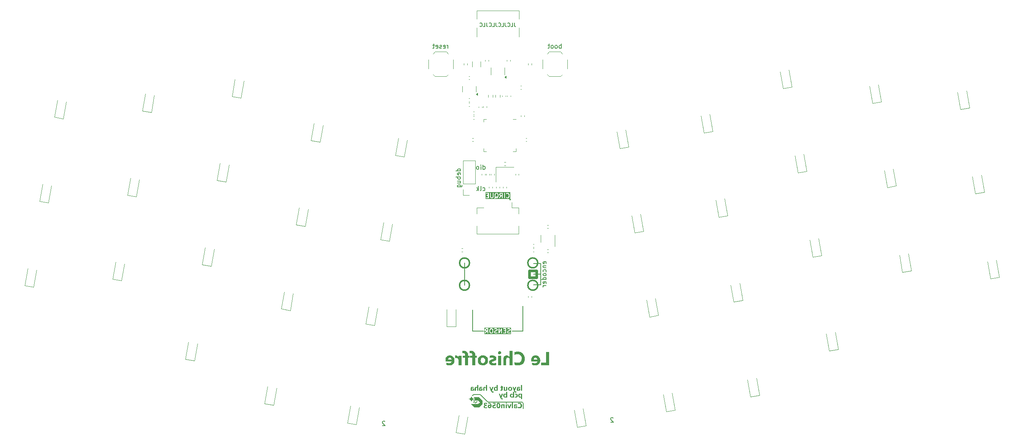
<source format=gbr>
%TF.GenerationSoftware,KiCad,Pcbnew,8.0.8*%
%TF.CreationDate,2025-05-06T21:02:24+02:00*%
%TF.ProjectId,Le Chisoffre,4c652043-6869-4736-9f66-6672652e6b69,rev?*%
%TF.SameCoordinates,Original*%
%TF.FileFunction,Legend,Bot*%
%TF.FilePolarity,Positive*%
%FSLAX46Y46*%
G04 Gerber Fmt 4.6, Leading zero omitted, Abs format (unit mm)*
G04 Created by KiCad (PCBNEW 8.0.8) date 2025-05-06 21:02:24*
%MOMM*%
%LPD*%
G01*
G04 APERTURE LIST*
%ADD10C,0.200000*%
%ADD11C,0.600000*%
%ADD12C,0.240000*%
%ADD13C,0.150000*%
%ADD14C,0.300000*%
%ADD15C,0.000000*%
%ADD16C,0.120000*%
G04 APERTURE END LIST*
D10*
G36*
X155786996Y-115547775D02*
G01*
X155844249Y-115562397D01*
X155904089Y-115591775D01*
X155956440Y-115634420D01*
X155995351Y-115681534D01*
X155998575Y-115681534D01*
X155998575Y-115561659D01*
X156259133Y-115561659D01*
X156259133Y-116799677D01*
X155998575Y-116799677D01*
X155998575Y-116312853D01*
X155995351Y-116312853D01*
X155990279Y-116319723D01*
X155944617Y-116366833D01*
X155889905Y-116399984D01*
X155826144Y-116419177D01*
X155762930Y-116424520D01*
X155700405Y-116420048D01*
X155642744Y-116406633D01*
X155581619Y-116379677D01*
X155527115Y-116340547D01*
X155485665Y-116297319D01*
X155461210Y-116264222D01*
X155430642Y-116209718D01*
X155407410Y-116149381D01*
X155391514Y-116083212D01*
X155383872Y-116023616D01*
X155381419Y-115962315D01*
X155648331Y-115962315D01*
X155648764Y-115986412D01*
X155654149Y-116045557D01*
X155669536Y-116109029D01*
X155697570Y-116165428D01*
X155720892Y-116193293D01*
X155774323Y-116226885D01*
X155835323Y-116236942D01*
X155853632Y-116236044D01*
X155910645Y-116218766D01*
X155956663Y-116179496D01*
X155976795Y-116148666D01*
X155997241Y-116089582D01*
X156002678Y-116030899D01*
X156002678Y-115960557D01*
X155998667Y-115905417D01*
X155982872Y-115846778D01*
X155951974Y-115793788D01*
X155931929Y-115772273D01*
X155881429Y-115740928D01*
X155821255Y-115730480D01*
X155753875Y-115741574D01*
X155703045Y-115774855D01*
X155668764Y-115830323D01*
X155652553Y-115895527D01*
X155648331Y-115962315D01*
X155381419Y-115962315D01*
X155381325Y-115959970D01*
X155384467Y-115890494D01*
X155393895Y-115826705D01*
X155409609Y-115768605D01*
X155435886Y-115708009D01*
X155470717Y-115655155D01*
X155500477Y-115622817D01*
X155548272Y-115586751D01*
X155603220Y-115561428D01*
X155665320Y-115546848D01*
X155724241Y-115542901D01*
X155786996Y-115547775D01*
G37*
G36*
X154578254Y-116376453D02*
G01*
X154634068Y-116399689D01*
X154694074Y-116413959D01*
X154754603Y-116421516D01*
X154822622Y-116424473D01*
X154832950Y-116424520D01*
X154891957Y-116421658D01*
X154957985Y-116410667D01*
X155018799Y-116391433D01*
X155074399Y-116363956D01*
X155124786Y-116328235D01*
X155148024Y-116307284D01*
X155188862Y-116260820D01*
X155221251Y-116209574D01*
X155245190Y-116153548D01*
X155260681Y-116092741D01*
X155267722Y-116027153D01*
X155268191Y-116004227D01*
X155265043Y-115939492D01*
X155255597Y-115879194D01*
X155235951Y-115812692D01*
X155207237Y-115752579D01*
X155169456Y-115698853D01*
X155139231Y-115666586D01*
X155087811Y-115624553D01*
X155030270Y-115591216D01*
X154966608Y-115566575D01*
X154908881Y-115552685D01*
X154846904Y-115544834D01*
X154794262Y-115542901D01*
X154732936Y-115544683D01*
X154672499Y-115551080D01*
X154611431Y-115565620D01*
X154578254Y-115580124D01*
X154578254Y-115791443D01*
X154631194Y-115759294D01*
X154687797Y-115739053D01*
X154748064Y-115730718D01*
X154760557Y-115730480D01*
X154820014Y-115735882D01*
X154877430Y-115754555D01*
X154930075Y-115790501D01*
X154938463Y-115798770D01*
X154972930Y-115846518D01*
X154994632Y-115904398D01*
X155003248Y-115965153D01*
X155003823Y-115987228D01*
X154998861Y-116048879D01*
X154981711Y-116108082D01*
X154948696Y-116161898D01*
X154941101Y-116170410D01*
X154892439Y-116208289D01*
X154832694Y-116230445D01*
X154768763Y-116236942D01*
X154708348Y-116230988D01*
X154648733Y-116213128D01*
X154595766Y-116186874D01*
X154578254Y-116175979D01*
X154578254Y-116376453D01*
G37*
G36*
X154412657Y-116405763D02*
G01*
X154152099Y-116405763D01*
X154152099Y-116312853D01*
X154148875Y-116312853D01*
X154138578Y-116326375D01*
X154091482Y-116371740D01*
X154034934Y-116403146D01*
X153977700Y-116419177D01*
X153913230Y-116424520D01*
X153851045Y-116420048D01*
X153793744Y-116406633D01*
X153733067Y-116379677D01*
X153679037Y-116340547D01*
X153638017Y-116297319D01*
X153613837Y-116264222D01*
X153583612Y-116209718D01*
X153560641Y-116149381D01*
X153544924Y-116083212D01*
X153537367Y-116023616D01*
X153534942Y-115962315D01*
X153801855Y-115962315D01*
X153802288Y-115986412D01*
X153807673Y-116045557D01*
X153823060Y-116109029D01*
X153851094Y-116165428D01*
X153874416Y-116193293D01*
X153927848Y-116226885D01*
X153988847Y-116236942D01*
X154006758Y-116236072D01*
X154063026Y-116219322D01*
X154109308Y-116181254D01*
X154127580Y-116155375D01*
X154149608Y-116099945D01*
X154156202Y-116040278D01*
X154156202Y-115950298D01*
X154152997Y-115903660D01*
X154136167Y-115842358D01*
X154104911Y-115791443D01*
X154084619Y-115770725D01*
X154034149Y-115740541D01*
X153974779Y-115730480D01*
X153949704Y-115731983D01*
X153893285Y-115749954D01*
X153846698Y-115792029D01*
X153821167Y-115839788D01*
X153806234Y-115898837D01*
X153801855Y-115962315D01*
X153534942Y-115962315D01*
X153534849Y-115959970D01*
X153537950Y-115890206D01*
X153547255Y-115826211D01*
X153562762Y-115767986D01*
X153588694Y-115707351D01*
X153623069Y-115654569D01*
X153646292Y-115628397D01*
X153692552Y-115590993D01*
X153745965Y-115564275D01*
X153806530Y-115548245D01*
X153874248Y-115542901D01*
X153938198Y-115547775D01*
X153996399Y-115562397D01*
X154057032Y-115591775D01*
X154109840Y-115634420D01*
X154148875Y-115681534D01*
X154152099Y-115681534D01*
X154152099Y-115148987D01*
X154412657Y-115148987D01*
X154412657Y-116405763D01*
G37*
G36*
X152908512Y-116405763D02*
G01*
X152647954Y-116405763D01*
X152647954Y-116312853D01*
X152644730Y-116312853D01*
X152634433Y-116326375D01*
X152587337Y-116371740D01*
X152530788Y-116403146D01*
X152473555Y-116419177D01*
X152409084Y-116424520D01*
X152346900Y-116420048D01*
X152289599Y-116406633D01*
X152228922Y-116379677D01*
X152174892Y-116340547D01*
X152133872Y-116297319D01*
X152109692Y-116264222D01*
X152079467Y-116209718D01*
X152056495Y-116149381D01*
X152040778Y-116083212D01*
X152033222Y-116023616D01*
X152030796Y-115962315D01*
X152297710Y-115962315D01*
X152298142Y-115986412D01*
X152303528Y-116045557D01*
X152318915Y-116109029D01*
X152346949Y-116165428D01*
X152370270Y-116193293D01*
X152423702Y-116226885D01*
X152484702Y-116236942D01*
X152502613Y-116236072D01*
X152558881Y-116219322D01*
X152605163Y-116181254D01*
X152623435Y-116155375D01*
X152645463Y-116099945D01*
X152652057Y-116040278D01*
X152652057Y-115950298D01*
X152648852Y-115903660D01*
X152632022Y-115842358D01*
X152600766Y-115791443D01*
X152580474Y-115770725D01*
X152530004Y-115740541D01*
X152470634Y-115730480D01*
X152445559Y-115731983D01*
X152389139Y-115749954D01*
X152342553Y-115792029D01*
X152317022Y-115839788D01*
X152302089Y-115898837D01*
X152297710Y-115962315D01*
X152030796Y-115962315D01*
X152030703Y-115959970D01*
X152033805Y-115890206D01*
X152043109Y-115826211D01*
X152058617Y-115767986D01*
X152084549Y-115707351D01*
X152118924Y-115654569D01*
X152142147Y-115628397D01*
X152188407Y-115590993D01*
X152241820Y-115564275D01*
X152302385Y-115548245D01*
X152370103Y-115542901D01*
X152434053Y-115547775D01*
X152492254Y-115562397D01*
X152552887Y-115591775D01*
X152605695Y-115634420D01*
X152644730Y-115681534D01*
X152647954Y-115681534D01*
X152647954Y-115148987D01*
X152908512Y-115148987D01*
X152908512Y-116405763D01*
G37*
G36*
X151063795Y-115561659D02*
G01*
X151406712Y-116485190D01*
X151431003Y-116544745D01*
X151457493Y-116598441D01*
X151496236Y-116660925D01*
X151538890Y-116712994D01*
X151585455Y-116754650D01*
X151635931Y-116785892D01*
X151704526Y-116810299D01*
X151763801Y-116818110D01*
X151779231Y-116818435D01*
X151840500Y-116816046D01*
X151902549Y-116807060D01*
X151935156Y-116798212D01*
X151935156Y-116600375D01*
X151880934Y-116623236D01*
X151822022Y-116630857D01*
X151760111Y-116618735D01*
X151712608Y-116582371D01*
X151681925Y-116528275D01*
X151637375Y-116415141D01*
X151980292Y-115561659D01*
X151691890Y-115561659D01*
X151534500Y-116081896D01*
X151519816Y-116141866D01*
X151511345Y-116196202D01*
X151508121Y-116196202D01*
X151495746Y-116136697D01*
X151480864Y-116083362D01*
X151321715Y-115561659D01*
X151063795Y-115561659D01*
G37*
D11*
G36*
X160458871Y-109195000D02*
G01*
X162218885Y-109195000D01*
X162218885Y-106240638D01*
X161552834Y-106240638D01*
X161552834Y-108632264D01*
X160458871Y-108632264D01*
X160458871Y-109195000D01*
G37*
G36*
X159262508Y-107039043D02*
G01*
X159421327Y-107056989D01*
X159570254Y-107096471D01*
X159709289Y-107157488D01*
X159838433Y-107240040D01*
X159957684Y-107344127D01*
X160029125Y-107423914D01*
X160118427Y-107556347D01*
X160186296Y-107704080D01*
X160232732Y-107867115D01*
X160255058Y-108014666D01*
X160262499Y-108172843D01*
X160260020Y-108265545D01*
X160244868Y-108411346D01*
X160208504Y-108571951D01*
X160152304Y-108716894D01*
X160076269Y-108846175D01*
X159980399Y-108959794D01*
X159925489Y-109010208D01*
X159803576Y-109096161D01*
X159665537Y-109162278D01*
X159511372Y-109208560D01*
X159341081Y-109235007D01*
X159186854Y-109241894D01*
X159017705Y-109236948D01*
X158860870Y-109222110D01*
X158716348Y-109197381D01*
X158563301Y-109156028D01*
X158427014Y-109101210D01*
X158427014Y-108632264D01*
X158443583Y-108640919D01*
X158582057Y-108700270D01*
X158731065Y-108742036D01*
X158890605Y-108766216D01*
X159038843Y-108772948D01*
X159072460Y-108772536D01*
X159225517Y-108758110D01*
X159376127Y-108713597D01*
X159506258Y-108624158D01*
X159587302Y-108494328D01*
X159617698Y-108350896D01*
X158240901Y-108350896D01*
X158240901Y-108072459D01*
X158248316Y-107928845D01*
X158844670Y-107928845D01*
X159622095Y-107928845D01*
X159616638Y-107895569D01*
X159570396Y-107754078D01*
X159482876Y-107627693D01*
X159357946Y-107537018D01*
X159211767Y-107506793D01*
X159051162Y-107533171D01*
X158925331Y-107625907D01*
X158862236Y-107764393D01*
X158844670Y-107928845D01*
X158248316Y-107928845D01*
X158249789Y-107900314D01*
X158276450Y-107742182D01*
X158320886Y-107598063D01*
X158395193Y-107447637D01*
X158493693Y-107316284D01*
X158595582Y-107221658D01*
X158733076Y-107136007D01*
X158890626Y-107077002D01*
X159041631Y-107047635D01*
X159207370Y-107037847D01*
X159262508Y-107039043D01*
G37*
G36*
X154525235Y-109101210D02*
G01*
X154676358Y-109156028D01*
X154820906Y-109192298D01*
X154979313Y-109218676D01*
X155151578Y-109235162D01*
X155305720Y-109241345D01*
X155370071Y-109241894D01*
X155535702Y-109235666D01*
X155692243Y-109216981D01*
X155839693Y-109185840D01*
X156011222Y-109129397D01*
X156168548Y-109053491D01*
X156311669Y-108958122D01*
X156440587Y-108843290D01*
X156552676Y-108712250D01*
X156645766Y-108568259D01*
X156719858Y-108411316D01*
X156774952Y-108241422D01*
X156805349Y-108096181D01*
X156823587Y-107942652D01*
X156829666Y-107780833D01*
X156822820Y-107608241D01*
X156802280Y-107444007D01*
X156768048Y-107288131D01*
X156720123Y-107140612D01*
X156658505Y-107001451D01*
X156583195Y-106870647D01*
X156494191Y-106748201D01*
X156391495Y-106634113D01*
X156277887Y-106530902D01*
X156156151Y-106441451D01*
X156026287Y-106365763D01*
X155888293Y-106303836D01*
X155742171Y-106255670D01*
X155587920Y-106221267D01*
X155425541Y-106200624D01*
X155255033Y-106193743D01*
X155097433Y-106197041D01*
X154949416Y-106206933D01*
X154788841Y-106226808D01*
X154641309Y-106255659D01*
X154525235Y-106287533D01*
X154525235Y-106944057D01*
X154659027Y-106870968D01*
X154800744Y-106815830D01*
X154950384Y-106778644D01*
X155107949Y-106759410D01*
X155201543Y-106756479D01*
X155351973Y-106765753D01*
X155513214Y-106800013D01*
X155659098Y-106859519D01*
X155789625Y-106944269D01*
X155873455Y-107020261D01*
X155973097Y-107144607D01*
X156048266Y-107286834D01*
X156098961Y-107446943D01*
X156122935Y-107598412D01*
X156129178Y-107734672D01*
X156120703Y-107890356D01*
X156089392Y-108056426D01*
X156035011Y-108205736D01*
X155957558Y-108338286D01*
X155888110Y-108422704D01*
X155774649Y-108522631D01*
X155645199Y-108598015D01*
X155499761Y-108648855D01*
X155338335Y-108675151D01*
X155238913Y-108679159D01*
X155071526Y-108672427D01*
X154910450Y-108652231D01*
X154755685Y-108618571D01*
X154607232Y-108571448D01*
X154525235Y-108538475D01*
X154525235Y-109101210D01*
G37*
G36*
X152061802Y-109195000D02*
G01*
X152710999Y-109195000D01*
X152710999Y-107977205D01*
X152722874Y-107817338D01*
X152766747Y-107672631D01*
X152870657Y-107552732D01*
X153028005Y-107507252D01*
X153048787Y-107506793D01*
X153196574Y-107535773D01*
X153315703Y-107622713D01*
X153329422Y-107638684D01*
X153402552Y-107767693D01*
X153433789Y-107911849D01*
X153436400Y-107973541D01*
X153436400Y-109195000D01*
X154087796Y-109195000D01*
X154087796Y-106053060D01*
X153436400Y-106053060D01*
X153436400Y-107380764D01*
X153428340Y-107380764D01*
X153332513Y-107264225D01*
X153205608Y-107158738D01*
X153062434Y-107086069D01*
X152902991Y-107046219D01*
X152779143Y-107037847D01*
X152611016Y-107051345D01*
X152465306Y-107091840D01*
X152314692Y-107180422D01*
X152199105Y-107311186D01*
X152131854Y-107446168D01*
X152087021Y-107608147D01*
X152064604Y-107797122D01*
X152061802Y-107901734D01*
X152061802Y-109195000D01*
G37*
G36*
X151231620Y-106756479D02*
G01*
X151381646Y-106732482D01*
X151501997Y-106660491D01*
X151586722Y-106538827D01*
X151606777Y-106425286D01*
X151573624Y-106280411D01*
X151501997Y-106190812D01*
X151373139Y-106119918D01*
X151231620Y-106099954D01*
X151080312Y-106122669D01*
X150960511Y-106190812D01*
X150873635Y-106317305D01*
X150856463Y-106425286D01*
X150889384Y-106572040D01*
X150960511Y-106663422D01*
X151088845Y-106736032D01*
X151231620Y-106756479D01*
G37*
G36*
X150909952Y-109195000D02*
G01*
X151561348Y-109195000D01*
X151561348Y-107084741D01*
X150909952Y-107084741D01*
X150909952Y-109195000D01*
G37*
G36*
X150506219Y-109148105D02*
G01*
X150506219Y-108679159D01*
X150355942Y-108718496D01*
X150205986Y-108747208D01*
X150186017Y-108750233D01*
X150040129Y-108766537D01*
X149893034Y-108772926D01*
X149884132Y-108772948D01*
X149729527Y-108761591D01*
X149611557Y-108727519D01*
X149513624Y-108617472D01*
X149511174Y-108589766D01*
X149556603Y-108488649D01*
X149673107Y-108417575D01*
X149812761Y-108367212D01*
X149828445Y-108362620D01*
X149971419Y-108315817D01*
X149991111Y-108308398D01*
X150130180Y-108250386D01*
X150213127Y-108208014D01*
X150334536Y-108122039D01*
X150373595Y-108083450D01*
X150456009Y-107958979D01*
X150472513Y-107919319D01*
X150502927Y-107774743D01*
X150506219Y-107698035D01*
X150489314Y-107545858D01*
X150434016Y-107406960D01*
X150429282Y-107399082D01*
X150332490Y-107278204D01*
X150223386Y-107193185D01*
X150085266Y-107123393D01*
X149939143Y-107077594D01*
X149928829Y-107075216D01*
X149780766Y-107049671D01*
X149627654Y-107038431D01*
X149582981Y-107037847D01*
X149433042Y-107044671D01*
X149298682Y-107062027D01*
X149146554Y-107093715D01*
X149014384Y-107131636D01*
X149014384Y-107600582D01*
X149159258Y-107555245D01*
X149279631Y-107530240D01*
X149427867Y-107511945D01*
X149556603Y-107506793D01*
X149676770Y-107517784D01*
X149777154Y-107549291D01*
X149845298Y-107602780D01*
X149869478Y-107676053D01*
X149832841Y-107773506D01*
X149736121Y-107843115D01*
X149602765Y-107895872D01*
X149462174Y-107941989D01*
X149457684Y-107943499D01*
X149319662Y-107996333D01*
X149223211Y-108040952D01*
X149097979Y-108117438D01*
X149042960Y-108164050D01*
X148949537Y-108284264D01*
X148927189Y-108330380D01*
X148890824Y-108478671D01*
X148886889Y-108557526D01*
X148902456Y-108708353D01*
X148953687Y-108847543D01*
X148968222Y-108872599D01*
X149062927Y-108990935D01*
X149184377Y-109085090D01*
X149319949Y-109152206D01*
X149463043Y-109197125D01*
X149495786Y-109204525D01*
X149640966Y-109228720D01*
X149790741Y-109240580D01*
X149861418Y-109241894D01*
X150011234Y-109237406D01*
X150176441Y-109221286D01*
X150335237Y-109193442D01*
X150487622Y-109153875D01*
X150506219Y-109148105D01*
G37*
G36*
X147585463Y-107040436D02*
G01*
X147740352Y-107056256D01*
X147912051Y-107094227D01*
X148068294Y-107152908D01*
X148209081Y-107232300D01*
X148334412Y-107332404D01*
X148407742Y-107409580D01*
X148499404Y-107538612D01*
X148569068Y-107683564D01*
X148616732Y-107844435D01*
X148639648Y-107990655D01*
X148647287Y-108147930D01*
X148644633Y-108240742D01*
X148628419Y-108387212D01*
X148589504Y-108549423D01*
X148529363Y-108696847D01*
X148447996Y-108829485D01*
X148345402Y-108947337D01*
X148266405Y-109016374D01*
X148134686Y-109102670D01*
X147987098Y-109168255D01*
X147823642Y-109213129D01*
X147675308Y-109234703D01*
X147515954Y-109241894D01*
X147417527Y-109239228D01*
X147262384Y-109222935D01*
X147090900Y-109183831D01*
X146935438Y-109123398D01*
X146795999Y-109041636D01*
X146672583Y-108938545D01*
X146600283Y-108859101D01*
X146509909Y-108727098D01*
X146441224Y-108579691D01*
X146394229Y-108416879D01*
X146371636Y-108269435D01*
X146364662Y-108123018D01*
X147027957Y-108123018D01*
X147029785Y-108201720D01*
X147050361Y-108376262D01*
X147105230Y-108543822D01*
X147193020Y-108665684D01*
X147337051Y-108750099D01*
X147496170Y-108772948D01*
X147637388Y-108757492D01*
X147775256Y-108698141D01*
X147878657Y-108594277D01*
X147947590Y-108445899D01*
X147978706Y-108288248D01*
X147986365Y-108139870D01*
X147985867Y-108102581D01*
X147971300Y-107948099D01*
X147931458Y-107802011D01*
X147858871Y-107672390D01*
X147778628Y-107592340D01*
X147646394Y-107526361D01*
X147499834Y-107506793D01*
X147415504Y-107512209D01*
X147271729Y-107555537D01*
X147145926Y-107660849D01*
X147074038Y-107798055D01*
X147039477Y-107945492D01*
X147027957Y-108123018D01*
X146364662Y-108123018D01*
X146364104Y-108111294D01*
X146365272Y-108051494D01*
X146382789Y-107880988D01*
X146421326Y-107723827D01*
X146480883Y-107580009D01*
X146561460Y-107449534D01*
X146663058Y-107332404D01*
X146741334Y-107263367D01*
X146872014Y-107177071D01*
X147018614Y-107111486D01*
X147181134Y-107066612D01*
X147328728Y-107045038D01*
X147487377Y-107037847D01*
X147585463Y-107040436D01*
G37*
G36*
X144577712Y-106524937D02*
G01*
X144723497Y-106483334D01*
X144818780Y-106475111D01*
X144970377Y-106504149D01*
X145080630Y-106604527D01*
X145127488Y-106756170D01*
X145132388Y-106842208D01*
X145132388Y-107084741D01*
X144650252Y-107084741D01*
X144650252Y-107553688D01*
X145132388Y-107553688D01*
X145132388Y-109195000D01*
X145781585Y-109195000D01*
X145781585Y-107553688D01*
X146135493Y-107553688D01*
X146135493Y-107084741D01*
X145781585Y-107084741D01*
X145781585Y-106819494D01*
X145770365Y-106666046D01*
X145730065Y-106507422D01*
X145660456Y-106366658D01*
X145561538Y-106243754D01*
X145547112Y-106229647D01*
X145418930Y-106131874D01*
X145269591Y-106062035D01*
X145121564Y-106023843D01*
X144957337Y-106007038D01*
X144907440Y-106006165D01*
X144757581Y-106012574D01*
X144611715Y-106035898D01*
X144577712Y-106045000D01*
X144577712Y-106524937D01*
G37*
G36*
X142968640Y-106524937D02*
G01*
X143114425Y-106483334D01*
X143209708Y-106475111D01*
X143361306Y-106504149D01*
X143471558Y-106604527D01*
X143518416Y-106756170D01*
X143523316Y-106842208D01*
X143523316Y-107084741D01*
X143041181Y-107084741D01*
X143041181Y-107553688D01*
X143523316Y-107553688D01*
X143523316Y-109195000D01*
X144172513Y-109195000D01*
X144172513Y-107553688D01*
X144526421Y-107553688D01*
X144526421Y-107084741D01*
X144172513Y-107084741D01*
X144172513Y-106819494D01*
X144161293Y-106666046D01*
X144120993Y-106507422D01*
X144051384Y-106366658D01*
X143952466Y-106243754D01*
X143938040Y-106229647D01*
X143809859Y-106131874D01*
X143660519Y-106062035D01*
X143512492Y-106023843D01*
X143348265Y-106007038D01*
X143298368Y-106006165D01*
X143148510Y-106012574D01*
X143002644Y-106035898D01*
X142968640Y-106045000D01*
X142968640Y-106524937D01*
G37*
G36*
X141359569Y-107665062D02*
G01*
X141503979Y-107612924D01*
X141633609Y-107600582D01*
X141779891Y-107622633D01*
X141908829Y-107696288D01*
X141965535Y-107757386D01*
X142038316Y-107890308D01*
X142075522Y-108040032D01*
X142084970Y-108182369D01*
X142084970Y-109195000D01*
X142736365Y-109195000D01*
X142736365Y-107084741D01*
X142084970Y-107084741D01*
X142084970Y-107467958D01*
X142076910Y-107467958D01*
X142010226Y-107321788D01*
X141910419Y-107189478D01*
X141786910Y-107098331D01*
X141639698Y-107048347D01*
X141520036Y-107037847D01*
X141370815Y-107058307D01*
X141359569Y-107062759D01*
X141359569Y-107665062D01*
G37*
G36*
X140191050Y-107039043D02*
G01*
X140349869Y-107056989D01*
X140498796Y-107096471D01*
X140637831Y-107157488D01*
X140766974Y-107240040D01*
X140886226Y-107344127D01*
X140957667Y-107423914D01*
X141046968Y-107556347D01*
X141114837Y-107704080D01*
X141161274Y-107867115D01*
X141183599Y-108014666D01*
X141191041Y-108172843D01*
X141188562Y-108265545D01*
X141173410Y-108411346D01*
X141137045Y-108571951D01*
X141080845Y-108716894D01*
X141004811Y-108846175D01*
X140908940Y-108959794D01*
X140854031Y-109010208D01*
X140732117Y-109096161D01*
X140594078Y-109162278D01*
X140439913Y-109208560D01*
X140269623Y-109235007D01*
X140115395Y-109241894D01*
X139946247Y-109236948D01*
X139789411Y-109222110D01*
X139644889Y-109197381D01*
X139491843Y-109156028D01*
X139355556Y-109101210D01*
X139355556Y-108632264D01*
X139372125Y-108640919D01*
X139510599Y-108700270D01*
X139659606Y-108742036D01*
X139819146Y-108766216D01*
X139967384Y-108772948D01*
X140001001Y-108772536D01*
X140154058Y-108758110D01*
X140304668Y-108713597D01*
X140434799Y-108624158D01*
X140515843Y-108494328D01*
X140546240Y-108350896D01*
X139169443Y-108350896D01*
X139169443Y-108072459D01*
X139176857Y-107928845D01*
X139773211Y-107928845D01*
X140550636Y-107928845D01*
X140545179Y-107895569D01*
X140498937Y-107754078D01*
X140411418Y-107627693D01*
X140286488Y-107537018D01*
X140140308Y-107506793D01*
X139979703Y-107533171D01*
X139853872Y-107625907D01*
X139790777Y-107764393D01*
X139773211Y-107928845D01*
X139176857Y-107928845D01*
X139178330Y-107900314D01*
X139204992Y-107742182D01*
X139249428Y-107598063D01*
X139323735Y-107447637D01*
X139422234Y-107316284D01*
X139524124Y-107221658D01*
X139661618Y-107136007D01*
X139819167Y-107077002D01*
X139970172Y-107047635D01*
X140135912Y-107037847D01*
X140191050Y-107039043D01*
G37*
D10*
G36*
X155998575Y-114889750D02*
G01*
X156259133Y-114889750D01*
X156259133Y-113632974D01*
X155998575Y-113632974D01*
X155998575Y-114889750D01*
G37*
G36*
X155490842Y-114029121D02*
G01*
X155549699Y-114036734D01*
X155612574Y-114049750D01*
X155646563Y-114058460D01*
X155706134Y-114077364D01*
X155761464Y-114101920D01*
X155761464Y-114289498D01*
X155727232Y-114271913D01*
X155666202Y-114246780D01*
X155603741Y-114228828D01*
X155539849Y-114218057D01*
X155474528Y-114214467D01*
X155439357Y-114216519D01*
X155377368Y-114236137D01*
X155336335Y-114282299D01*
X155324465Y-114345772D01*
X155553662Y-114375960D01*
X155605674Y-114384798D01*
X155667065Y-114402191D01*
X155731015Y-114432948D01*
X155780753Y-114473723D01*
X155816280Y-114524516D01*
X155837597Y-114585327D01*
X155844702Y-114656156D01*
X155844084Y-114677241D01*
X155834810Y-114735675D01*
X155811454Y-114792118D01*
X155774360Y-114839631D01*
X155755886Y-114855774D01*
X155702569Y-114886714D01*
X155645871Y-114903059D01*
X155580920Y-114908507D01*
X155530885Y-114905094D01*
X155467521Y-114888847D01*
X155411954Y-114859221D01*
X155364186Y-114816214D01*
X155329447Y-114768703D01*
X155326223Y-114768703D01*
X155326223Y-114889750D01*
X155079733Y-114889750D01*
X155079733Y-114550057D01*
X155324465Y-114550057D01*
X155324872Y-114563733D01*
X155337534Y-114621564D01*
X155370773Y-114672569D01*
X155379641Y-114681211D01*
X155431165Y-114711672D01*
X155490061Y-114720929D01*
X155518021Y-114718796D01*
X155573886Y-114693964D01*
X155585877Y-114681310D01*
X155604660Y-114624209D01*
X155586814Y-114564830D01*
X155539099Y-114529662D01*
X155477752Y-114514592D01*
X155324465Y-114495835D01*
X155324465Y-114550057D01*
X155079733Y-114550057D01*
X155079733Y-114386218D01*
X155082907Y-114322002D01*
X155092428Y-114264102D01*
X155114996Y-114196728D01*
X155148848Y-114140583D01*
X155193984Y-114095666D01*
X155250404Y-114061979D01*
X155318108Y-114039521D01*
X155376292Y-114030047D01*
X155440822Y-114026888D01*
X155490842Y-114029121D01*
G37*
G36*
X154074430Y-114045646D02*
G01*
X154417347Y-114969177D01*
X154441638Y-115028732D01*
X154468128Y-115082428D01*
X154506871Y-115144912D01*
X154549525Y-115196981D01*
X154596090Y-115238637D01*
X154646566Y-115269879D01*
X154715161Y-115294286D01*
X154774436Y-115302097D01*
X154789866Y-115302422D01*
X154851135Y-115300033D01*
X154913184Y-115291047D01*
X154945791Y-115282199D01*
X154945791Y-115084362D01*
X154891569Y-115107223D01*
X154832657Y-115114844D01*
X154770746Y-115102722D01*
X154723243Y-115066358D01*
X154692560Y-115012262D01*
X154648010Y-114899128D01*
X154990927Y-114045646D01*
X154702525Y-114045646D01*
X154545135Y-114565883D01*
X154530452Y-114625853D01*
X154521980Y-114680189D01*
X154518756Y-114680189D01*
X154506381Y-114620684D01*
X154491499Y-114567349D01*
X154332350Y-114045646D01*
X154074430Y-114045646D01*
G37*
G36*
X153599582Y-114027924D02*
G01*
X153661537Y-114034252D01*
X153730217Y-114049440D01*
X153792714Y-114072913D01*
X153849029Y-114104670D01*
X153899161Y-114144711D01*
X153928493Y-114175582D01*
X153965158Y-114227195D01*
X153993024Y-114285175D01*
X154012090Y-114349524D01*
X154021256Y-114408012D01*
X154024311Y-114470922D01*
X154023250Y-114508046D01*
X154016764Y-114566635D01*
X154001198Y-114631519D01*
X153977142Y-114690489D01*
X153944595Y-114743544D01*
X153903558Y-114790685D01*
X153871959Y-114818299D01*
X153819271Y-114852818D01*
X153760236Y-114879052D01*
X153694854Y-114897001D01*
X153635520Y-114905631D01*
X153571778Y-114908507D01*
X153532407Y-114907441D01*
X153470350Y-114900924D01*
X153401756Y-114885282D01*
X153339572Y-114861109D01*
X153283796Y-114828404D01*
X153234430Y-114787168D01*
X153205510Y-114755390D01*
X153169360Y-114702589D01*
X153141886Y-114643626D01*
X153123088Y-114578501D01*
X153114051Y-114519524D01*
X153111261Y-114460957D01*
X153376579Y-114460957D01*
X153377311Y-114492438D01*
X153385541Y-114562254D01*
X153407489Y-114629279D01*
X153442605Y-114678023D01*
X153500217Y-114711789D01*
X153563865Y-114720929D01*
X153620352Y-114714746D01*
X153675499Y-114691006D01*
X153716859Y-114649460D01*
X153744433Y-114590109D01*
X153756879Y-114527049D01*
X153759943Y-114467698D01*
X153759744Y-114452782D01*
X153753917Y-114390989D01*
X153737980Y-114332554D01*
X153708945Y-114280706D01*
X153676848Y-114248686D01*
X153623954Y-114222294D01*
X153565330Y-114214467D01*
X153531598Y-114216633D01*
X153474088Y-114233965D01*
X153423767Y-114276089D01*
X153395012Y-114330972D01*
X153381187Y-114389946D01*
X153376579Y-114460957D01*
X153111261Y-114460957D01*
X153111038Y-114456267D01*
X153111506Y-114432347D01*
X153118512Y-114364145D01*
X153133927Y-114301280D01*
X153157750Y-114243753D01*
X153189981Y-114191563D01*
X153230620Y-114144711D01*
X153261930Y-114117096D01*
X153314202Y-114082578D01*
X153372842Y-114056344D01*
X153437850Y-114038394D01*
X153496888Y-114029765D01*
X153560348Y-114026888D01*
X153599582Y-114027924D01*
G37*
G36*
X152145009Y-114889750D02*
G01*
X152404688Y-114889750D01*
X152404688Y-114768117D01*
X152408791Y-114768117D01*
X152447249Y-114815827D01*
X152497925Y-114859014D01*
X152554856Y-114888765D01*
X152618042Y-114905080D01*
X152667005Y-114908507D01*
X152735767Y-114902966D01*
X152795361Y-114886342D01*
X152856960Y-114849978D01*
X152904234Y-114796297D01*
X152931739Y-114740884D01*
X152950075Y-114674389D01*
X152959243Y-114596811D01*
X152960389Y-114553867D01*
X152960389Y-114045646D01*
X152700710Y-114045646D01*
X152700710Y-114539212D01*
X152695723Y-114600967D01*
X152677299Y-114656867D01*
X152633661Y-114703183D01*
X152576032Y-114720219D01*
X152558854Y-114720929D01*
X152499366Y-114709981D01*
X152449540Y-114674169D01*
X152446893Y-114671103D01*
X152416600Y-114616599D01*
X152405348Y-114556756D01*
X152404688Y-114535988D01*
X152404688Y-114045646D01*
X152145009Y-114045646D01*
X152145009Y-114889750D01*
G37*
G36*
X151420487Y-114879784D02*
G01*
X151477074Y-114898381D01*
X151540068Y-114906712D01*
X151594583Y-114908507D01*
X151659086Y-114904019D01*
X151727621Y-114885787D01*
X151782717Y-114853530D01*
X151824375Y-114807248D01*
X151852595Y-114746941D01*
X151865496Y-114688597D01*
X151869796Y-114621278D01*
X151869796Y-114233225D01*
X152006670Y-114233225D01*
X152006670Y-114045646D01*
X151869796Y-114045646D01*
X151869796Y-113857188D01*
X151610117Y-113783036D01*
X151610117Y-114045646D01*
X151420487Y-114045646D01*
X151420487Y-114233225D01*
X151610117Y-114233225D01*
X151610117Y-114584934D01*
X151603578Y-114644432D01*
X151573230Y-114698484D01*
X151518154Y-114720398D01*
X151505484Y-114720929D01*
X151447552Y-114709569D01*
X151420487Y-114696895D01*
X151420487Y-114879784D01*
G37*
G36*
X150814667Y-114889750D02*
G01*
X150554109Y-114889750D01*
X150554109Y-114796840D01*
X150550885Y-114796840D01*
X150540588Y-114810362D01*
X150493492Y-114855727D01*
X150436943Y-114887133D01*
X150379710Y-114903164D01*
X150315239Y-114908507D01*
X150253055Y-114904035D01*
X150195754Y-114890620D01*
X150135077Y-114863664D01*
X150081047Y-114824534D01*
X150040027Y-114781306D01*
X150015846Y-114748209D01*
X149985621Y-114693705D01*
X149962650Y-114633368D01*
X149946933Y-114567199D01*
X149939377Y-114507603D01*
X149936951Y-114446302D01*
X150203865Y-114446302D01*
X150204297Y-114470399D01*
X150209683Y-114529544D01*
X150225070Y-114593016D01*
X150253104Y-114649415D01*
X150276425Y-114677280D01*
X150329857Y-114710872D01*
X150390857Y-114720929D01*
X150408768Y-114720059D01*
X150465035Y-114703309D01*
X150511318Y-114665241D01*
X150529590Y-114639362D01*
X150551618Y-114583932D01*
X150558212Y-114524265D01*
X150558212Y-114434285D01*
X150555006Y-114387647D01*
X150538177Y-114326345D01*
X150506921Y-114275430D01*
X150486629Y-114254712D01*
X150436159Y-114224528D01*
X150376789Y-114214467D01*
X150351714Y-114215970D01*
X150295294Y-114233941D01*
X150248708Y-114276016D01*
X150223177Y-114323775D01*
X150208244Y-114382824D01*
X150203865Y-114446302D01*
X149936951Y-114446302D01*
X149936858Y-114443957D01*
X149939960Y-114374193D01*
X149949264Y-114310198D01*
X149964772Y-114251973D01*
X149990704Y-114191338D01*
X150025079Y-114138556D01*
X150048302Y-114112384D01*
X150094562Y-114074980D01*
X150147975Y-114048262D01*
X150208540Y-114032232D01*
X150276258Y-114026888D01*
X150340208Y-114031762D01*
X150398409Y-114046384D01*
X150459042Y-114075762D01*
X150511850Y-114118407D01*
X150550885Y-114165521D01*
X150554109Y-114165521D01*
X150554109Y-113632974D01*
X150814667Y-113632974D01*
X150814667Y-114889750D01*
G37*
G36*
X148969950Y-114045646D02*
G01*
X149312867Y-114969177D01*
X149337158Y-115028732D01*
X149363648Y-115082428D01*
X149402391Y-115144912D01*
X149445045Y-115196981D01*
X149491610Y-115238637D01*
X149542086Y-115269879D01*
X149610681Y-115294286D01*
X149669956Y-115302097D01*
X149685386Y-115302422D01*
X149746655Y-115300033D01*
X149808704Y-115291047D01*
X149841311Y-115282199D01*
X149841311Y-115084362D01*
X149787089Y-115107223D01*
X149728177Y-115114844D01*
X149666266Y-115102722D01*
X149618763Y-115066358D01*
X149588080Y-115012262D01*
X149543530Y-114899128D01*
X149886447Y-114045646D01*
X149598045Y-114045646D01*
X149440655Y-114565883D01*
X149425971Y-114625853D01*
X149417500Y-114680189D01*
X149414276Y-114680189D01*
X149401901Y-114620684D01*
X149387019Y-114567349D01*
X149227870Y-114045646D01*
X148969950Y-114045646D01*
G37*
G36*
X147596230Y-114889750D02*
G01*
X147855909Y-114889750D01*
X147855909Y-114402632D01*
X147860659Y-114338685D01*
X147878209Y-114280802D01*
X147919772Y-114232842D01*
X147982712Y-114214651D01*
X147991024Y-114214467D01*
X148050139Y-114226059D01*
X148097791Y-114260835D01*
X148103278Y-114267223D01*
X148132530Y-114318827D01*
X148145025Y-114376489D01*
X148146070Y-114401166D01*
X148146070Y-114889750D01*
X148406628Y-114889750D01*
X148406628Y-113632974D01*
X148146070Y-113632974D01*
X148146070Y-114164055D01*
X148142846Y-114164055D01*
X148104515Y-114117440D01*
X148053753Y-114075245D01*
X147996483Y-114046177D01*
X147932706Y-114030237D01*
X147883167Y-114026888D01*
X147815916Y-114032288D01*
X147757632Y-114048486D01*
X147697387Y-114083918D01*
X147651152Y-114136224D01*
X147624251Y-114190217D01*
X147606318Y-114255009D01*
X147597351Y-114330599D01*
X147596230Y-114372443D01*
X147596230Y-114889750D01*
G37*
G36*
X147104911Y-114029121D02*
G01*
X147163768Y-114036734D01*
X147226642Y-114049750D01*
X147260631Y-114058460D01*
X147320202Y-114077364D01*
X147375532Y-114101920D01*
X147375532Y-114289498D01*
X147341300Y-114271913D01*
X147280270Y-114246780D01*
X147217809Y-114228828D01*
X147153918Y-114218057D01*
X147088596Y-114214467D01*
X147053425Y-114216519D01*
X146991436Y-114236137D01*
X146950403Y-114282299D01*
X146938533Y-114345772D01*
X147167731Y-114375960D01*
X147219743Y-114384798D01*
X147281134Y-114402191D01*
X147345083Y-114432948D01*
X147394821Y-114473723D01*
X147430349Y-114524516D01*
X147451665Y-114585327D01*
X147458770Y-114656156D01*
X147458152Y-114677241D01*
X147448879Y-114735675D01*
X147425523Y-114792118D01*
X147388428Y-114839631D01*
X147369955Y-114855774D01*
X147316637Y-114886714D01*
X147259939Y-114903059D01*
X147194988Y-114908507D01*
X147144954Y-114905094D01*
X147081589Y-114888847D01*
X147026023Y-114859221D01*
X146978254Y-114816214D01*
X146943516Y-114768703D01*
X146940292Y-114768703D01*
X146940292Y-114889750D01*
X146693802Y-114889750D01*
X146693802Y-114550057D01*
X146938533Y-114550057D01*
X146938940Y-114563733D01*
X146951603Y-114621564D01*
X146984842Y-114672569D01*
X146993709Y-114681211D01*
X147045233Y-114711672D01*
X147104130Y-114720929D01*
X147132090Y-114718796D01*
X147187954Y-114693964D01*
X147199945Y-114681310D01*
X147218729Y-114624209D01*
X147200882Y-114564830D01*
X147153167Y-114529662D01*
X147091820Y-114514592D01*
X146938533Y-114495835D01*
X146938533Y-114550057D01*
X146693802Y-114550057D01*
X146693802Y-114386218D01*
X146696975Y-114322002D01*
X146706496Y-114264102D01*
X146729064Y-114196728D01*
X146762916Y-114140583D01*
X146808053Y-114095666D01*
X146864473Y-114061979D01*
X146932177Y-114039521D01*
X146990360Y-114030047D01*
X147054890Y-114026888D01*
X147104911Y-114029121D01*
G37*
G36*
X145681757Y-114889750D02*
G01*
X145941436Y-114889750D01*
X145941436Y-114402632D01*
X145946186Y-114338685D01*
X145963735Y-114280802D01*
X146005299Y-114232842D01*
X146068239Y-114214651D01*
X146076551Y-114214467D01*
X146135666Y-114226059D01*
X146183318Y-114260835D01*
X146188805Y-114267223D01*
X146218057Y-114318827D01*
X146230552Y-114376489D01*
X146231597Y-114401166D01*
X146231597Y-114889750D01*
X146492155Y-114889750D01*
X146492155Y-113632974D01*
X146231597Y-113632974D01*
X146231597Y-114164055D01*
X146228373Y-114164055D01*
X146190042Y-114117440D01*
X146139280Y-114075245D01*
X146082010Y-114046177D01*
X146018233Y-114030237D01*
X145968694Y-114026888D01*
X145901443Y-114032288D01*
X145843159Y-114048486D01*
X145782913Y-114083918D01*
X145736679Y-114136224D01*
X145709778Y-114190217D01*
X145691845Y-114255009D01*
X145682878Y-114330599D01*
X145681757Y-114372443D01*
X145681757Y-114889750D01*
G37*
G36*
X145190438Y-114029121D02*
G01*
X145249294Y-114036734D01*
X145312169Y-114049750D01*
X145346158Y-114058460D01*
X145405729Y-114077364D01*
X145461059Y-114101920D01*
X145461059Y-114289498D01*
X145426827Y-114271913D01*
X145365797Y-114246780D01*
X145303336Y-114228828D01*
X145239445Y-114218057D01*
X145174123Y-114214467D01*
X145138952Y-114216519D01*
X145076963Y-114236137D01*
X145035930Y-114282299D01*
X145024060Y-114345772D01*
X145253258Y-114375960D01*
X145305270Y-114384798D01*
X145366661Y-114402191D01*
X145430610Y-114432948D01*
X145480348Y-114473723D01*
X145515875Y-114524516D01*
X145537192Y-114585327D01*
X145544297Y-114656156D01*
X145543679Y-114677241D01*
X145534405Y-114735675D01*
X145511050Y-114792118D01*
X145473955Y-114839631D01*
X145455481Y-114855774D01*
X145402164Y-114886714D01*
X145345466Y-114903059D01*
X145280515Y-114908507D01*
X145230481Y-114905094D01*
X145167116Y-114888847D01*
X145111550Y-114859221D01*
X145063781Y-114816214D01*
X145029043Y-114768703D01*
X145025819Y-114768703D01*
X145025819Y-114889750D01*
X144779329Y-114889750D01*
X144779329Y-114550057D01*
X145024060Y-114550057D01*
X145024467Y-114563733D01*
X145037130Y-114621564D01*
X145070368Y-114672569D01*
X145079236Y-114681211D01*
X145130760Y-114711672D01*
X145189657Y-114720929D01*
X145217617Y-114718796D01*
X145273481Y-114693964D01*
X145285472Y-114681310D01*
X145304255Y-114624209D01*
X145286409Y-114564830D01*
X145238694Y-114529662D01*
X145177347Y-114514592D01*
X145024060Y-114495835D01*
X145024060Y-114550057D01*
X144779329Y-114550057D01*
X144779329Y-114386218D01*
X144782502Y-114322002D01*
X144792023Y-114264102D01*
X144814591Y-114196728D01*
X144848443Y-114140583D01*
X144893579Y-114095666D01*
X144950000Y-114061979D01*
X145017704Y-114039521D01*
X145075887Y-114030047D01*
X145140417Y-114026888D01*
X145190438Y-114029121D01*
G37*
X146760700Y-115726455D02*
G75*
G02*
X146976911Y-115816013I-157J-306148D01*
G01*
X148728802Y-117403513D02*
X156071197Y-117403513D01*
X146760700Y-115726455D02*
X145570072Y-115726455D01*
D12*
G36*
X155286013Y-118749497D02*
G01*
X155346462Y-118771424D01*
X155404281Y-118785932D01*
X155467644Y-118796483D01*
X155536550Y-118803078D01*
X155598207Y-118805551D01*
X155623947Y-118805770D01*
X155690200Y-118803279D01*
X155752816Y-118795805D01*
X155811796Y-118783349D01*
X155880408Y-118760772D01*
X155943338Y-118730409D01*
X156000587Y-118692262D01*
X156052154Y-118646329D01*
X156096989Y-118593913D01*
X156134225Y-118536316D01*
X156163862Y-118473539D01*
X156185900Y-118405581D01*
X156198059Y-118347485D01*
X156205354Y-118286073D01*
X156207785Y-118221346D01*
X156205047Y-118152309D01*
X156196831Y-118086616D01*
X156183138Y-118024265D01*
X156163968Y-117965257D01*
X156139321Y-117909593D01*
X156109197Y-117857272D01*
X156073595Y-117808293D01*
X156032517Y-117762658D01*
X155987074Y-117721373D01*
X155938380Y-117685593D01*
X155886434Y-117655318D01*
X155831236Y-117630547D01*
X155772787Y-117611281D01*
X155711087Y-117597519D01*
X155646135Y-117589262D01*
X155577932Y-117586510D01*
X155514892Y-117587829D01*
X155455685Y-117591786D01*
X155391455Y-117599736D01*
X155332443Y-117611276D01*
X155286013Y-117624026D01*
X155286013Y-117886636D01*
X155339530Y-117857400D01*
X155396216Y-117835345D01*
X155456073Y-117820470D01*
X155519099Y-117812777D01*
X155556536Y-117811604D01*
X155616708Y-117815314D01*
X155681205Y-117829018D01*
X155739558Y-117852820D01*
X155791769Y-117886720D01*
X155825301Y-117917117D01*
X155865158Y-117966855D01*
X155895225Y-118023746D01*
X155915503Y-118087790D01*
X155925093Y-118148377D01*
X155927590Y-118202881D01*
X155924200Y-118265155D01*
X155911676Y-118331583D01*
X155889923Y-118391307D01*
X155858942Y-118444327D01*
X155831163Y-118478094D01*
X155785778Y-118518065D01*
X155733999Y-118548219D01*
X155675823Y-118568555D01*
X155611253Y-118579073D01*
X155571484Y-118580676D01*
X155504529Y-118577983D01*
X155440099Y-118569905D01*
X155378193Y-118556441D01*
X155318812Y-118537592D01*
X155286013Y-118524403D01*
X155286013Y-118749497D01*
G37*
G36*
X154819899Y-117926384D02*
G01*
X154878756Y-117933997D01*
X154941631Y-117947013D01*
X154975620Y-117955723D01*
X155035191Y-117974627D01*
X155090521Y-117999183D01*
X155090521Y-118186761D01*
X155056289Y-118169176D01*
X154995259Y-118144043D01*
X154932798Y-118126091D01*
X154868906Y-118115320D01*
X154803585Y-118111730D01*
X154768414Y-118113782D01*
X154706425Y-118133400D01*
X154665392Y-118179562D01*
X154653522Y-118243035D01*
X154882719Y-118273223D01*
X154934731Y-118282061D01*
X154996122Y-118299454D01*
X155060072Y-118330211D01*
X155109810Y-118370986D01*
X155145337Y-118421779D01*
X155166654Y-118482590D01*
X155173759Y-118553419D01*
X155173141Y-118574504D01*
X155163867Y-118632938D01*
X155140511Y-118689381D01*
X155103417Y-118736894D01*
X155084943Y-118753037D01*
X155031626Y-118783977D01*
X154974928Y-118800322D01*
X154909977Y-118805770D01*
X154859942Y-118802357D01*
X154796578Y-118786110D01*
X154741011Y-118756484D01*
X154693242Y-118713477D01*
X154658504Y-118665966D01*
X154655280Y-118665966D01*
X154655280Y-118787013D01*
X154408790Y-118787013D01*
X154408790Y-118447320D01*
X154653522Y-118447320D01*
X154653929Y-118460996D01*
X154666591Y-118518827D01*
X154699830Y-118569832D01*
X154708698Y-118578474D01*
X154760222Y-118608935D01*
X154819118Y-118618192D01*
X154847078Y-118616059D01*
X154902942Y-118591227D01*
X154914934Y-118578573D01*
X154933717Y-118521472D01*
X154915871Y-118462093D01*
X154868156Y-118426925D01*
X154806809Y-118411855D01*
X154653522Y-118393098D01*
X154653522Y-118447320D01*
X154408790Y-118447320D01*
X154408790Y-118283481D01*
X154411964Y-118219265D01*
X154421485Y-118161365D01*
X154444053Y-118093991D01*
X154477905Y-118037846D01*
X154523041Y-117992929D01*
X154579461Y-117959242D01*
X154647165Y-117936784D01*
X154705349Y-117927310D01*
X154769879Y-117924151D01*
X154819899Y-117926384D01*
G37*
G36*
X153946585Y-118787013D02*
G01*
X154207143Y-118787013D01*
X154207143Y-117530237D01*
X153946585Y-117530237D01*
X153946585Y-118787013D01*
G37*
G36*
X152926334Y-117942909D02*
G01*
X153240235Y-118787013D01*
X153537136Y-118787013D01*
X153836383Y-117942909D01*
X153557653Y-117942909D01*
X153410814Y-118463146D01*
X153396312Y-118520681D01*
X153385425Y-118580640D01*
X153382091Y-118613209D01*
X153378867Y-118613209D01*
X153369250Y-118552137D01*
X153355621Y-118494469D01*
X153348386Y-118468129D01*
X153198323Y-117942909D01*
X152926334Y-117942909D01*
G37*
G36*
X152688344Y-117811604D02*
G01*
X152748354Y-117802006D01*
X152796494Y-117773209D01*
X152830384Y-117724544D01*
X152838407Y-117679127D01*
X152825145Y-117621177D01*
X152796494Y-117585338D01*
X152744951Y-117556980D01*
X152688344Y-117548994D01*
X152627820Y-117558080D01*
X152579900Y-117585338D01*
X152545150Y-117635935D01*
X152538281Y-117679127D01*
X152551449Y-117737829D01*
X152579900Y-117774382D01*
X152631234Y-117803425D01*
X152688344Y-117811604D01*
G37*
G36*
X152559677Y-118787013D02*
G01*
X152820235Y-118787013D01*
X152820235Y-117942909D01*
X152559677Y-117942909D01*
X152559677Y-118787013D01*
G37*
G36*
X151527702Y-118787013D02*
G01*
X151787381Y-118787013D01*
X151787381Y-118310739D01*
X151792306Y-118243107D01*
X151810502Y-118181888D01*
X151847716Y-118135246D01*
X151902441Y-118113479D01*
X151927478Y-118111730D01*
X151985670Y-118123322D01*
X152033300Y-118158098D01*
X152038853Y-118164486D01*
X152068706Y-118216090D01*
X152081458Y-118273752D01*
X152082524Y-118298429D01*
X152082524Y-118787013D01*
X152343082Y-118787013D01*
X152343082Y-117942909D01*
X152082524Y-117942909D01*
X152082524Y-118069232D01*
X152079300Y-118069232D01*
X152041360Y-118019927D01*
X151997445Y-117980823D01*
X151938657Y-117948095D01*
X151881792Y-117931094D01*
X151818952Y-117924293D01*
X151807897Y-117924151D01*
X151742226Y-117929574D01*
X151685312Y-117945840D01*
X151626482Y-117981423D01*
X151581333Y-118033951D01*
X151555065Y-118088173D01*
X151537552Y-118153239D01*
X151528796Y-118229150D01*
X151527702Y-118271172D01*
X151527702Y-118787013D01*
G37*
G36*
X150998585Y-117590438D02*
G01*
X151058849Y-117602224D01*
X151114105Y-117621866D01*
X151173799Y-117655807D01*
X151226281Y-117701062D01*
X151264506Y-117747417D01*
X151271520Y-117757598D01*
X151303252Y-117812779D01*
X151329417Y-117875087D01*
X151350015Y-117944521D01*
X151362485Y-118005200D01*
X151371392Y-118070441D01*
X151376737Y-118140242D01*
X151378518Y-118214605D01*
X151376870Y-118286191D01*
X151371924Y-118353159D01*
X151363680Y-118415509D01*
X151352140Y-118473240D01*
X151328647Y-118551177D01*
X151297735Y-118618722D01*
X151259404Y-118675876D01*
X151213654Y-118722638D01*
X151160486Y-118759008D01*
X151099898Y-118784987D01*
X151031892Y-118800575D01*
X150956467Y-118805770D01*
X150905455Y-118803279D01*
X150845979Y-118793158D01*
X150780899Y-118770737D01*
X150722682Y-118737105D01*
X150671327Y-118692262D01*
X150633773Y-118646329D01*
X150626849Y-118636227D01*
X150595524Y-118581623D01*
X150569696Y-118520193D01*
X150549363Y-118451936D01*
X150537053Y-118392415D01*
X150528260Y-118328526D01*
X150522984Y-118260268D01*
X150521432Y-118196140D01*
X150786767Y-118196140D01*
X150788186Y-118268213D01*
X150792444Y-118333197D01*
X150802537Y-118408815D01*
X150817677Y-118471829D01*
X150843699Y-118532875D01*
X150885334Y-118580136D01*
X150948260Y-118599434D01*
X151012784Y-118580711D01*
X151055477Y-118534858D01*
X151082160Y-118475631D01*
X151097685Y-118414494D01*
X151108035Y-118341130D01*
X151112401Y-118278082D01*
X151113857Y-118208157D01*
X151113692Y-118182606D01*
X151111219Y-118110819D01*
X151105778Y-118046332D01*
X151093908Y-117971706D01*
X151076762Y-117910058D01*
X151047911Y-117851249D01*
X151002409Y-117807447D01*
X150945036Y-117792846D01*
X150883367Y-117812145D01*
X150842563Y-117859406D01*
X150817060Y-117920451D01*
X150802223Y-117983466D01*
X150792331Y-118059083D01*
X150788158Y-118124067D01*
X150786767Y-118196140D01*
X150521432Y-118196140D01*
X150521226Y-118187641D01*
X150522836Y-118114847D01*
X150527665Y-118046751D01*
X150535713Y-117983350D01*
X150546981Y-117924646D01*
X150569920Y-117845395D01*
X150600102Y-117776712D01*
X150637528Y-117718594D01*
X150682197Y-117671044D01*
X150734110Y-117634060D01*
X150793267Y-117607644D01*
X150859668Y-117591793D01*
X150933312Y-117586510D01*
X150998585Y-117590438D01*
G37*
G36*
X150353284Y-118753307D02*
G01*
X150353284Y-118524403D01*
X150299455Y-118553638D01*
X150244139Y-118575694D01*
X150187336Y-118590568D01*
X150129047Y-118598262D01*
X150095071Y-118599434D01*
X150035153Y-118594912D01*
X149974813Y-118577546D01*
X149934164Y-118553126D01*
X149894293Y-118506266D01*
X149876750Y-118446729D01*
X149875839Y-118427389D01*
X149887718Y-118362865D01*
X149923355Y-118314188D01*
X149982750Y-118281360D01*
X150052570Y-118265836D01*
X150124087Y-118261793D01*
X150183988Y-118263167D01*
X150242597Y-118266752D01*
X150305657Y-118272564D01*
X150335113Y-118275861D01*
X150290563Y-117605268D01*
X149664813Y-117605268D01*
X149664813Y-117811604D01*
X150091847Y-117811604D01*
X150108260Y-118060439D01*
X150049202Y-118056702D01*
X149998644Y-118055456D01*
X149933172Y-118058785D01*
X149873265Y-118068769D01*
X149810405Y-118088831D01*
X149755119Y-118117952D01*
X149713759Y-118150125D01*
X149673560Y-118194656D01*
X149643234Y-118245414D01*
X149622782Y-118302399D01*
X149612203Y-118365611D01*
X149610591Y-118404528D01*
X149614908Y-118468636D01*
X149627860Y-118528190D01*
X149649447Y-118583189D01*
X149679669Y-118633634D01*
X149718525Y-118679525D01*
X149733396Y-118693809D01*
X149782519Y-118731859D01*
X149837782Y-118762036D01*
X149899187Y-118784340D01*
X149966733Y-118798773D01*
X150027713Y-118804786D01*
X150066348Y-118805770D01*
X150128409Y-118803926D01*
X150195995Y-118797112D01*
X150258392Y-118785277D01*
X150315599Y-118768421D01*
X150353284Y-118753307D01*
G37*
G36*
X148924119Y-117587684D02*
G01*
X148989580Y-117595710D01*
X149051147Y-117611342D01*
X149108818Y-117634577D01*
X149138976Y-117650571D01*
X149189690Y-117684265D01*
X149235813Y-117724265D01*
X149277346Y-117770571D01*
X149306207Y-117810765D01*
X149338822Y-117867511D01*
X149363570Y-117922741D01*
X149384324Y-117982477D01*
X149391029Y-118005917D01*
X149405683Y-118070869D01*
X149414659Y-118130617D01*
X149420045Y-118193086D01*
X149421840Y-118258276D01*
X149420830Y-118305688D01*
X149416342Y-118365955D01*
X149407002Y-118429726D01*
X149393117Y-118489232D01*
X149391279Y-118495575D01*
X149370190Y-118555613D01*
X149344178Y-118609469D01*
X149309879Y-118661569D01*
X149273460Y-118702270D01*
X149227978Y-118739504D01*
X149176815Y-118768841D01*
X149120118Y-118789866D01*
X149058434Y-118802164D01*
X148998030Y-118805770D01*
X148954359Y-118803774D01*
X148892150Y-118793291D01*
X148833899Y-118773823D01*
X148802068Y-118758582D01*
X148752135Y-118727169D01*
X148704645Y-118685603D01*
X148678890Y-118656202D01*
X148645890Y-118607361D01*
X148619649Y-118552832D01*
X148604914Y-118508876D01*
X148592769Y-118447381D01*
X148590396Y-118408338D01*
X148843864Y-118408338D01*
X148844383Y-118426481D01*
X148854708Y-118486008D01*
X148857497Y-118494713D01*
X148885483Y-118546678D01*
X148886755Y-118548224D01*
X148934136Y-118585659D01*
X148939528Y-118588120D01*
X148998030Y-118599434D01*
X149004623Y-118599295D01*
X149062510Y-118583607D01*
X149067828Y-118580487D01*
X149112335Y-118540230D01*
X149119820Y-118529579D01*
X149144869Y-118476043D01*
X149149869Y-118457376D01*
X149156299Y-118397201D01*
X149156027Y-118385374D01*
X149145162Y-118327445D01*
X149143733Y-118323557D01*
X149113508Y-118272930D01*
X149112199Y-118271493D01*
X149063975Y-118237173D01*
X149058530Y-118234868D01*
X148999788Y-118224277D01*
X148971923Y-118225895D01*
X148911015Y-118246026D01*
X148869597Y-118289166D01*
X148849345Y-118345786D01*
X148843864Y-118408338D01*
X148590396Y-118408338D01*
X148589167Y-118388115D01*
X148589981Y-118357437D01*
X148597330Y-118294643D01*
X148612321Y-118236880D01*
X148616778Y-118224248D01*
X148642071Y-118169864D01*
X148677388Y-118119936D01*
X148682695Y-118113941D01*
X148726882Y-118074446D01*
X148778797Y-118044612D01*
X148790024Y-118039845D01*
X148849946Y-118023046D01*
X148911568Y-118017941D01*
X148951282Y-118019965D01*
X149014786Y-118033248D01*
X149070661Y-118058930D01*
X149118907Y-118097009D01*
X149159523Y-118147487D01*
X149164506Y-118147487D01*
X149163470Y-118122672D01*
X149156221Y-118061634D01*
X149141058Y-118001528D01*
X149139669Y-117997443D01*
X149115046Y-117940711D01*
X149080975Y-117889567D01*
X149041631Y-117850789D01*
X148988944Y-117818052D01*
X148985580Y-117816502D01*
X148928482Y-117798385D01*
X148869363Y-117792846D01*
X148856163Y-117793047D01*
X148792055Y-117800059D01*
X148731096Y-117817089D01*
X148673284Y-117844137D01*
X148673284Y-117619922D01*
X148698495Y-117610297D01*
X148757846Y-117595940D01*
X148821442Y-117588598D01*
X148886069Y-117586510D01*
X148924119Y-117587684D01*
G37*
G36*
X148441742Y-118747445D02*
G01*
X148441742Y-118524403D01*
X148387917Y-118553638D01*
X148330305Y-118575694D01*
X148268906Y-118590568D01*
X148203720Y-118598262D01*
X148164771Y-118599434D01*
X148101456Y-118594516D01*
X148044234Y-118577934D01*
X148009432Y-118557815D01*
X147969461Y-118511310D01*
X147953963Y-118450379D01*
X147953745Y-118441165D01*
X147966928Y-118380505D01*
X148006479Y-118333421D01*
X148022621Y-118322463D01*
X148081492Y-118296922D01*
X148141570Y-118284644D01*
X148204205Y-118280591D01*
X148211665Y-118280551D01*
X148321282Y-118280551D01*
X148321282Y-118074214D01*
X148219872Y-118074214D01*
X148153421Y-118070672D01*
X148088547Y-118057071D01*
X148033359Y-118028310D01*
X147997318Y-117978439D01*
X147989209Y-117929134D01*
X148000292Y-117869508D01*
X148039254Y-117822792D01*
X148097437Y-117799368D01*
X148166529Y-117792846D01*
X148225459Y-117797536D01*
X148283546Y-117811604D01*
X148340791Y-117835052D01*
X148397192Y-117867878D01*
X148397192Y-117650404D01*
X148340732Y-117625508D01*
X148280345Y-117606726D01*
X148216031Y-117594060D01*
X148147790Y-117587508D01*
X148107032Y-117586510D01*
X148041832Y-117589354D01*
X147982299Y-117597886D01*
X147920006Y-117615028D01*
X147865427Y-117639912D01*
X147824785Y-117667403D01*
X147780546Y-117710744D01*
X147748947Y-117760167D01*
X147729988Y-117815671D01*
X147723668Y-117877257D01*
X147729407Y-117944702D01*
X147746623Y-118003790D01*
X147782433Y-118063663D01*
X147824900Y-118104364D01*
X147878844Y-118136707D01*
X147944266Y-118160692D01*
X147958728Y-118164486D01*
X147958728Y-118168590D01*
X147899322Y-118180240D01*
X147840416Y-118202280D01*
X147789903Y-118233780D01*
X147760891Y-118260034D01*
X147722560Y-118310673D01*
X147698426Y-118368066D01*
X147688488Y-118432214D01*
X147688204Y-118445854D01*
X147692470Y-118505741D01*
X147708230Y-118569462D01*
X147735603Y-118626563D01*
X147774588Y-118677045D01*
X147809544Y-118709050D01*
X147858193Y-118741920D01*
X147913353Y-118767989D01*
X147975026Y-118787258D01*
X148043211Y-118799725D01*
X148105007Y-118804920D01*
X148144254Y-118805770D01*
X148210437Y-118803720D01*
X148271818Y-118797568D01*
X148337360Y-118785208D01*
X148396367Y-118767267D01*
X148441742Y-118747445D01*
G37*
D10*
X145137650Y-116032224D02*
X145353861Y-115816013D01*
X156468073Y-117800389D02*
X156468928Y-118919526D01*
X148728802Y-117403513D02*
G75*
G02*
X148448169Y-117287271I257J397495D01*
G01*
X146976911Y-115816013D02*
X148448169Y-117287271D01*
X145353861Y-115816013D02*
G75*
G02*
X145570072Y-115726455I216291J-216402D01*
G01*
X156071197Y-117403513D02*
G75*
G02*
X156468087Y-117800389I103J-396787D01*
G01*
D13*
X154507738Y-32899795D02*
X154507738Y-33471223D01*
X154507738Y-33471223D02*
X154545833Y-33585509D01*
X154545833Y-33585509D02*
X154622024Y-33661700D01*
X154622024Y-33661700D02*
X154736309Y-33699795D01*
X154736309Y-33699795D02*
X154812500Y-33699795D01*
X153745833Y-33699795D02*
X154126785Y-33699795D01*
X154126785Y-33699795D02*
X154126785Y-32899795D01*
X153022023Y-33623604D02*
X153060119Y-33661700D01*
X153060119Y-33661700D02*
X153174404Y-33699795D01*
X153174404Y-33699795D02*
X153250595Y-33699795D01*
X153250595Y-33699795D02*
X153364881Y-33661700D01*
X153364881Y-33661700D02*
X153441071Y-33585509D01*
X153441071Y-33585509D02*
X153479166Y-33509319D01*
X153479166Y-33509319D02*
X153517262Y-33356938D01*
X153517262Y-33356938D02*
X153517262Y-33242652D01*
X153517262Y-33242652D02*
X153479166Y-33090271D01*
X153479166Y-33090271D02*
X153441071Y-33014080D01*
X153441071Y-33014080D02*
X153364881Y-32937890D01*
X153364881Y-32937890D02*
X153250595Y-32899795D01*
X153250595Y-32899795D02*
X153174404Y-32899795D01*
X153174404Y-32899795D02*
X153060119Y-32937890D01*
X153060119Y-32937890D02*
X153022023Y-32975985D01*
X152450595Y-32899795D02*
X152450595Y-33471223D01*
X152450595Y-33471223D02*
X152488690Y-33585509D01*
X152488690Y-33585509D02*
X152564881Y-33661700D01*
X152564881Y-33661700D02*
X152679166Y-33699795D01*
X152679166Y-33699795D02*
X152755357Y-33699795D01*
X151688690Y-33699795D02*
X152069642Y-33699795D01*
X152069642Y-33699795D02*
X152069642Y-32899795D01*
X150964880Y-33623604D02*
X151002976Y-33661700D01*
X151002976Y-33661700D02*
X151117261Y-33699795D01*
X151117261Y-33699795D02*
X151193452Y-33699795D01*
X151193452Y-33699795D02*
X151307738Y-33661700D01*
X151307738Y-33661700D02*
X151383928Y-33585509D01*
X151383928Y-33585509D02*
X151422023Y-33509319D01*
X151422023Y-33509319D02*
X151460119Y-33356938D01*
X151460119Y-33356938D02*
X151460119Y-33242652D01*
X151460119Y-33242652D02*
X151422023Y-33090271D01*
X151422023Y-33090271D02*
X151383928Y-33014080D01*
X151383928Y-33014080D02*
X151307738Y-32937890D01*
X151307738Y-32937890D02*
X151193452Y-32899795D01*
X151193452Y-32899795D02*
X151117261Y-32899795D01*
X151117261Y-32899795D02*
X151002976Y-32937890D01*
X151002976Y-32937890D02*
X150964880Y-32975985D01*
X150393452Y-32899795D02*
X150393452Y-33471223D01*
X150393452Y-33471223D02*
X150431547Y-33585509D01*
X150431547Y-33585509D02*
X150507738Y-33661700D01*
X150507738Y-33661700D02*
X150622023Y-33699795D01*
X150622023Y-33699795D02*
X150698214Y-33699795D01*
X149631547Y-33699795D02*
X150012499Y-33699795D01*
X150012499Y-33699795D02*
X150012499Y-32899795D01*
X148907737Y-33623604D02*
X148945833Y-33661700D01*
X148945833Y-33661700D02*
X149060118Y-33699795D01*
X149060118Y-33699795D02*
X149136309Y-33699795D01*
X149136309Y-33699795D02*
X149250595Y-33661700D01*
X149250595Y-33661700D02*
X149326785Y-33585509D01*
X149326785Y-33585509D02*
X149364880Y-33509319D01*
X149364880Y-33509319D02*
X149402976Y-33356938D01*
X149402976Y-33356938D02*
X149402976Y-33242652D01*
X149402976Y-33242652D02*
X149364880Y-33090271D01*
X149364880Y-33090271D02*
X149326785Y-33014080D01*
X149326785Y-33014080D02*
X149250595Y-32937890D01*
X149250595Y-32937890D02*
X149136309Y-32899795D01*
X149136309Y-32899795D02*
X149060118Y-32899795D01*
X149060118Y-32899795D02*
X148945833Y-32937890D01*
X148945833Y-32937890D02*
X148907737Y-32975985D01*
X148336309Y-32899795D02*
X148336309Y-33471223D01*
X148336309Y-33471223D02*
X148374404Y-33585509D01*
X148374404Y-33585509D02*
X148450595Y-33661700D01*
X148450595Y-33661700D02*
X148564880Y-33699795D01*
X148564880Y-33699795D02*
X148641071Y-33699795D01*
X147574404Y-33699795D02*
X147955356Y-33699795D01*
X147955356Y-33699795D02*
X147955356Y-32899795D01*
X146850594Y-33623604D02*
X146888690Y-33661700D01*
X146888690Y-33661700D02*
X147002975Y-33699795D01*
X147002975Y-33699795D02*
X147079166Y-33699795D01*
X147079166Y-33699795D02*
X147193452Y-33661700D01*
X147193452Y-33661700D02*
X147269642Y-33585509D01*
X147269642Y-33585509D02*
X147307737Y-33509319D01*
X147307737Y-33509319D02*
X147345833Y-33356938D01*
X147345833Y-33356938D02*
X147345833Y-33242652D01*
X147345833Y-33242652D02*
X147307737Y-33090271D01*
X147307737Y-33090271D02*
X147269642Y-33014080D01*
X147269642Y-33014080D02*
X147193452Y-32937890D01*
X147193452Y-32937890D02*
X147079166Y-32899795D01*
X147079166Y-32899795D02*
X147002975Y-32899795D01*
X147002975Y-32899795D02*
X146888690Y-32937890D01*
X146888690Y-32937890D02*
X146850594Y-32975985D01*
D10*
X156368750Y-101600000D02*
X153987500Y-101600000D01*
X143414068Y-91393713D02*
X143418896Y-86406748D01*
D14*
X159704313Y-86404870D02*
G75*
G02*
X157504313Y-86404870I-1100000J0D01*
G01*
X157504313Y-86404870D02*
G75*
G02*
X159704313Y-86404870I1100000J0D01*
G01*
X144514068Y-91393713D02*
G75*
G02*
X142314068Y-91393713I-1100000J0D01*
G01*
X142314068Y-91393713D02*
G75*
G02*
X144514068Y-91393713I1100000J0D01*
G01*
X159710220Y-91391324D02*
G75*
G02*
X157510220Y-91391324I-1100000J0D01*
G01*
X157510220Y-91391324D02*
G75*
G02*
X159710220Y-91391324I1100000J0D01*
G01*
D10*
X160337500Y-91281250D02*
X160337500Y-86518750D01*
D14*
X144518896Y-86406748D02*
G75*
G02*
X142318896Y-86406748I-1100000J0D01*
G01*
X142318896Y-86406748D02*
G75*
G02*
X144518896Y-86406748I1100000J0D01*
G01*
D10*
X160337500Y-88900000D02*
X158750000Y-88900000D01*
D11*
X157826750Y-88127833D02*
X159414250Y-88127833D01*
X159414250Y-89715333D01*
X157826750Y-89715333D01*
X157826750Y-88127833D01*
D10*
X160337500Y-86518750D02*
X158750000Y-86518750D01*
X160337500Y-91281250D02*
X158750000Y-91281250D01*
X147637500Y-101600000D02*
X145256250Y-101600000D01*
X145256250Y-96837500D02*
X145256250Y-101600000D01*
X156368750Y-96043750D02*
X156368750Y-101600000D01*
X147519940Y-65539719D02*
X147519940Y-64539719D01*
X147519940Y-65492100D02*
X147615178Y-65539719D01*
X147615178Y-65539719D02*
X147805654Y-65539719D01*
X147805654Y-65539719D02*
X147900892Y-65492100D01*
X147900892Y-65492100D02*
X147948511Y-65444480D01*
X147948511Y-65444480D02*
X147996130Y-65349242D01*
X147996130Y-65349242D02*
X147996130Y-65063528D01*
X147996130Y-65063528D02*
X147948511Y-64968290D01*
X147948511Y-64968290D02*
X147900892Y-64920671D01*
X147900892Y-64920671D02*
X147805654Y-64873052D01*
X147805654Y-64873052D02*
X147615178Y-64873052D01*
X147615178Y-64873052D02*
X147519940Y-64920671D01*
X147043749Y-65539719D02*
X147043749Y-64873052D01*
X147043749Y-64539719D02*
X147091368Y-64587338D01*
X147091368Y-64587338D02*
X147043749Y-64634957D01*
X147043749Y-64634957D02*
X146996130Y-64587338D01*
X146996130Y-64587338D02*
X147043749Y-64539719D01*
X147043749Y-64539719D02*
X147043749Y-64634957D01*
X146424702Y-65539719D02*
X146519940Y-65492100D01*
X146519940Y-65492100D02*
X146567559Y-65444480D01*
X146567559Y-65444480D02*
X146615178Y-65349242D01*
X146615178Y-65349242D02*
X146615178Y-65063528D01*
X146615178Y-65063528D02*
X146567559Y-64968290D01*
X146567559Y-64968290D02*
X146519940Y-64920671D01*
X146519940Y-64920671D02*
X146424702Y-64873052D01*
X146424702Y-64873052D02*
X146281845Y-64873052D01*
X146281845Y-64873052D02*
X146186607Y-64920671D01*
X146186607Y-64920671D02*
X146138988Y-64968290D01*
X146138988Y-64968290D02*
X146091369Y-65063528D01*
X146091369Y-65063528D02*
X146091369Y-65349242D01*
X146091369Y-65349242D02*
X146138988Y-65444480D01*
X146138988Y-65444480D02*
X146186607Y-65492100D01*
X146186607Y-65492100D02*
X146281845Y-65539719D01*
X146281845Y-65539719D02*
X146424702Y-65539719D01*
X176498213Y-120991207D02*
X176450594Y-120943588D01*
X176450594Y-120943588D02*
X176355356Y-120895969D01*
X176355356Y-120895969D02*
X176117261Y-120895969D01*
X176117261Y-120895969D02*
X176022023Y-120943588D01*
X176022023Y-120943588D02*
X175974404Y-120991207D01*
X175974404Y-120991207D02*
X175926785Y-121086445D01*
X175926785Y-121086445D02*
X175926785Y-121181683D01*
X175926785Y-121181683D02*
X175974404Y-121324540D01*
X175974404Y-121324540D02*
X176545832Y-121895969D01*
X176545832Y-121895969D02*
X175926785Y-121895969D01*
X161535850Y-86566666D02*
X161583469Y-86471428D01*
X161583469Y-86471428D02*
X161583469Y-86280952D01*
X161583469Y-86280952D02*
X161535850Y-86185714D01*
X161535850Y-86185714D02*
X161440611Y-86138095D01*
X161440611Y-86138095D02*
X161059659Y-86138095D01*
X161059659Y-86138095D02*
X160964421Y-86185714D01*
X160964421Y-86185714D02*
X160916802Y-86280952D01*
X160916802Y-86280952D02*
X160916802Y-86471428D01*
X160916802Y-86471428D02*
X160964421Y-86566666D01*
X160964421Y-86566666D02*
X161059659Y-86614285D01*
X161059659Y-86614285D02*
X161154897Y-86614285D01*
X161154897Y-86614285D02*
X161250135Y-86138095D01*
X160916802Y-87042857D02*
X161583469Y-87042857D01*
X161012040Y-87042857D02*
X160964421Y-87090476D01*
X160964421Y-87090476D02*
X160916802Y-87185714D01*
X160916802Y-87185714D02*
X160916802Y-87328571D01*
X160916802Y-87328571D02*
X160964421Y-87423809D01*
X160964421Y-87423809D02*
X161059659Y-87471428D01*
X161059659Y-87471428D02*
X161583469Y-87471428D01*
X161535850Y-88376190D02*
X161583469Y-88280952D01*
X161583469Y-88280952D02*
X161583469Y-88090476D01*
X161583469Y-88090476D02*
X161535850Y-87995238D01*
X161535850Y-87995238D02*
X161488230Y-87947619D01*
X161488230Y-87947619D02*
X161392992Y-87900000D01*
X161392992Y-87900000D02*
X161107278Y-87900000D01*
X161107278Y-87900000D02*
X161012040Y-87947619D01*
X161012040Y-87947619D02*
X160964421Y-87995238D01*
X160964421Y-87995238D02*
X160916802Y-88090476D01*
X160916802Y-88090476D02*
X160916802Y-88280952D01*
X160916802Y-88280952D02*
X160964421Y-88376190D01*
X161583469Y-88947619D02*
X161535850Y-88852381D01*
X161535850Y-88852381D02*
X161488230Y-88804762D01*
X161488230Y-88804762D02*
X161392992Y-88757143D01*
X161392992Y-88757143D02*
X161107278Y-88757143D01*
X161107278Y-88757143D02*
X161012040Y-88804762D01*
X161012040Y-88804762D02*
X160964421Y-88852381D01*
X160964421Y-88852381D02*
X160916802Y-88947619D01*
X160916802Y-88947619D02*
X160916802Y-89090476D01*
X160916802Y-89090476D02*
X160964421Y-89185714D01*
X160964421Y-89185714D02*
X161012040Y-89233333D01*
X161012040Y-89233333D02*
X161107278Y-89280952D01*
X161107278Y-89280952D02*
X161392992Y-89280952D01*
X161392992Y-89280952D02*
X161488230Y-89233333D01*
X161488230Y-89233333D02*
X161535850Y-89185714D01*
X161535850Y-89185714D02*
X161583469Y-89090476D01*
X161583469Y-89090476D02*
X161583469Y-88947619D01*
X161583469Y-90138095D02*
X160583469Y-90138095D01*
X161535850Y-90138095D02*
X161583469Y-90042857D01*
X161583469Y-90042857D02*
X161583469Y-89852381D01*
X161583469Y-89852381D02*
X161535850Y-89757143D01*
X161535850Y-89757143D02*
X161488230Y-89709524D01*
X161488230Y-89709524D02*
X161392992Y-89661905D01*
X161392992Y-89661905D02*
X161107278Y-89661905D01*
X161107278Y-89661905D02*
X161012040Y-89709524D01*
X161012040Y-89709524D02*
X160964421Y-89757143D01*
X160964421Y-89757143D02*
X160916802Y-89852381D01*
X160916802Y-89852381D02*
X160916802Y-90042857D01*
X160916802Y-90042857D02*
X160964421Y-90138095D01*
X161535850Y-90995238D02*
X161583469Y-90900000D01*
X161583469Y-90900000D02*
X161583469Y-90709524D01*
X161583469Y-90709524D02*
X161535850Y-90614286D01*
X161535850Y-90614286D02*
X161440611Y-90566667D01*
X161440611Y-90566667D02*
X161059659Y-90566667D01*
X161059659Y-90566667D02*
X160964421Y-90614286D01*
X160964421Y-90614286D02*
X160916802Y-90709524D01*
X160916802Y-90709524D02*
X160916802Y-90900000D01*
X160916802Y-90900000D02*
X160964421Y-90995238D01*
X160964421Y-90995238D02*
X161059659Y-91042857D01*
X161059659Y-91042857D02*
X161154897Y-91042857D01*
X161154897Y-91042857D02*
X161250135Y-90566667D01*
X161583469Y-91471429D02*
X160916802Y-91471429D01*
X161107278Y-91471429D02*
X161012040Y-91519048D01*
X161012040Y-91519048D02*
X160964421Y-91566667D01*
X160964421Y-91566667D02*
X160916802Y-91661905D01*
X160916802Y-91661905D02*
X160916802Y-91757143D01*
X139731547Y-38552219D02*
X139731547Y-37885552D01*
X139731547Y-38076028D02*
X139683928Y-37980790D01*
X139683928Y-37980790D02*
X139636309Y-37933171D01*
X139636309Y-37933171D02*
X139541071Y-37885552D01*
X139541071Y-37885552D02*
X139445833Y-37885552D01*
X138731547Y-38504600D02*
X138826785Y-38552219D01*
X138826785Y-38552219D02*
X139017261Y-38552219D01*
X139017261Y-38552219D02*
X139112499Y-38504600D01*
X139112499Y-38504600D02*
X139160118Y-38409361D01*
X139160118Y-38409361D02*
X139160118Y-38028409D01*
X139160118Y-38028409D02*
X139112499Y-37933171D01*
X139112499Y-37933171D02*
X139017261Y-37885552D01*
X139017261Y-37885552D02*
X138826785Y-37885552D01*
X138826785Y-37885552D02*
X138731547Y-37933171D01*
X138731547Y-37933171D02*
X138683928Y-38028409D01*
X138683928Y-38028409D02*
X138683928Y-38123647D01*
X138683928Y-38123647D02*
X139160118Y-38218885D01*
X138302975Y-38504600D02*
X138207737Y-38552219D01*
X138207737Y-38552219D02*
X138017261Y-38552219D01*
X138017261Y-38552219D02*
X137922023Y-38504600D01*
X137922023Y-38504600D02*
X137874404Y-38409361D01*
X137874404Y-38409361D02*
X137874404Y-38361742D01*
X137874404Y-38361742D02*
X137922023Y-38266504D01*
X137922023Y-38266504D02*
X138017261Y-38218885D01*
X138017261Y-38218885D02*
X138160118Y-38218885D01*
X138160118Y-38218885D02*
X138255356Y-38171266D01*
X138255356Y-38171266D02*
X138302975Y-38076028D01*
X138302975Y-38076028D02*
X138302975Y-38028409D01*
X138302975Y-38028409D02*
X138255356Y-37933171D01*
X138255356Y-37933171D02*
X138160118Y-37885552D01*
X138160118Y-37885552D02*
X138017261Y-37885552D01*
X138017261Y-37885552D02*
X137922023Y-37933171D01*
X137064880Y-38504600D02*
X137160118Y-38552219D01*
X137160118Y-38552219D02*
X137350594Y-38552219D01*
X137350594Y-38552219D02*
X137445832Y-38504600D01*
X137445832Y-38504600D02*
X137493451Y-38409361D01*
X137493451Y-38409361D02*
X137493451Y-38028409D01*
X137493451Y-38028409D02*
X137445832Y-37933171D01*
X137445832Y-37933171D02*
X137350594Y-37885552D01*
X137350594Y-37885552D02*
X137160118Y-37885552D01*
X137160118Y-37885552D02*
X137064880Y-37933171D01*
X137064880Y-37933171D02*
X137017261Y-38028409D01*
X137017261Y-38028409D02*
X137017261Y-38123647D01*
X137017261Y-38123647D02*
X137493451Y-38218885D01*
X136731546Y-37885552D02*
X136350594Y-37885552D01*
X136588689Y-37552219D02*
X136588689Y-38409361D01*
X136588689Y-38409361D02*
X136541070Y-38504600D01*
X136541070Y-38504600D02*
X136445832Y-38552219D01*
X136445832Y-38552219D02*
X136350594Y-38552219D01*
X164917261Y-38552219D02*
X164917261Y-37552219D01*
X164917261Y-37933171D02*
X164822023Y-37885552D01*
X164822023Y-37885552D02*
X164631547Y-37885552D01*
X164631547Y-37885552D02*
X164536309Y-37933171D01*
X164536309Y-37933171D02*
X164488690Y-37980790D01*
X164488690Y-37980790D02*
X164441071Y-38076028D01*
X164441071Y-38076028D02*
X164441071Y-38361742D01*
X164441071Y-38361742D02*
X164488690Y-38456980D01*
X164488690Y-38456980D02*
X164536309Y-38504600D01*
X164536309Y-38504600D02*
X164631547Y-38552219D01*
X164631547Y-38552219D02*
X164822023Y-38552219D01*
X164822023Y-38552219D02*
X164917261Y-38504600D01*
X163869642Y-38552219D02*
X163964880Y-38504600D01*
X163964880Y-38504600D02*
X164012499Y-38456980D01*
X164012499Y-38456980D02*
X164060118Y-38361742D01*
X164060118Y-38361742D02*
X164060118Y-38076028D01*
X164060118Y-38076028D02*
X164012499Y-37980790D01*
X164012499Y-37980790D02*
X163964880Y-37933171D01*
X163964880Y-37933171D02*
X163869642Y-37885552D01*
X163869642Y-37885552D02*
X163726785Y-37885552D01*
X163726785Y-37885552D02*
X163631547Y-37933171D01*
X163631547Y-37933171D02*
X163583928Y-37980790D01*
X163583928Y-37980790D02*
X163536309Y-38076028D01*
X163536309Y-38076028D02*
X163536309Y-38361742D01*
X163536309Y-38361742D02*
X163583928Y-38456980D01*
X163583928Y-38456980D02*
X163631547Y-38504600D01*
X163631547Y-38504600D02*
X163726785Y-38552219D01*
X163726785Y-38552219D02*
X163869642Y-38552219D01*
X162964880Y-38552219D02*
X163060118Y-38504600D01*
X163060118Y-38504600D02*
X163107737Y-38456980D01*
X163107737Y-38456980D02*
X163155356Y-38361742D01*
X163155356Y-38361742D02*
X163155356Y-38076028D01*
X163155356Y-38076028D02*
X163107737Y-37980790D01*
X163107737Y-37980790D02*
X163060118Y-37933171D01*
X163060118Y-37933171D02*
X162964880Y-37885552D01*
X162964880Y-37885552D02*
X162822023Y-37885552D01*
X162822023Y-37885552D02*
X162726785Y-37933171D01*
X162726785Y-37933171D02*
X162679166Y-37980790D01*
X162679166Y-37980790D02*
X162631547Y-38076028D01*
X162631547Y-38076028D02*
X162631547Y-38361742D01*
X162631547Y-38361742D02*
X162679166Y-38456980D01*
X162679166Y-38456980D02*
X162726785Y-38504600D01*
X162726785Y-38504600D02*
X162822023Y-38552219D01*
X162822023Y-38552219D02*
X162964880Y-38552219D01*
X162345832Y-37885552D02*
X161964880Y-37885552D01*
X162202975Y-37552219D02*
X162202975Y-38409361D01*
X162202975Y-38409361D02*
X162155356Y-38504600D01*
X162155356Y-38504600D02*
X162060118Y-38552219D01*
X162060118Y-38552219D02*
X161964880Y-38552219D01*
X142533469Y-65897321D02*
X141533469Y-65897321D01*
X142485850Y-65897321D02*
X142533469Y-65802083D01*
X142533469Y-65802083D02*
X142533469Y-65611607D01*
X142533469Y-65611607D02*
X142485850Y-65516369D01*
X142485850Y-65516369D02*
X142438230Y-65468750D01*
X142438230Y-65468750D02*
X142342992Y-65421131D01*
X142342992Y-65421131D02*
X142057278Y-65421131D01*
X142057278Y-65421131D02*
X141962040Y-65468750D01*
X141962040Y-65468750D02*
X141914421Y-65516369D01*
X141914421Y-65516369D02*
X141866802Y-65611607D01*
X141866802Y-65611607D02*
X141866802Y-65802083D01*
X141866802Y-65802083D02*
X141914421Y-65897321D01*
X142485850Y-66754464D02*
X142533469Y-66659226D01*
X142533469Y-66659226D02*
X142533469Y-66468750D01*
X142533469Y-66468750D02*
X142485850Y-66373512D01*
X142485850Y-66373512D02*
X142390611Y-66325893D01*
X142390611Y-66325893D02*
X142009659Y-66325893D01*
X142009659Y-66325893D02*
X141914421Y-66373512D01*
X141914421Y-66373512D02*
X141866802Y-66468750D01*
X141866802Y-66468750D02*
X141866802Y-66659226D01*
X141866802Y-66659226D02*
X141914421Y-66754464D01*
X141914421Y-66754464D02*
X142009659Y-66802083D01*
X142009659Y-66802083D02*
X142104897Y-66802083D01*
X142104897Y-66802083D02*
X142200135Y-66325893D01*
X142533469Y-67230655D02*
X141533469Y-67230655D01*
X141914421Y-67230655D02*
X141866802Y-67325893D01*
X141866802Y-67325893D02*
X141866802Y-67516369D01*
X141866802Y-67516369D02*
X141914421Y-67611607D01*
X141914421Y-67611607D02*
X141962040Y-67659226D01*
X141962040Y-67659226D02*
X142057278Y-67706845D01*
X142057278Y-67706845D02*
X142342992Y-67706845D01*
X142342992Y-67706845D02*
X142438230Y-67659226D01*
X142438230Y-67659226D02*
X142485850Y-67611607D01*
X142485850Y-67611607D02*
X142533469Y-67516369D01*
X142533469Y-67516369D02*
X142533469Y-67325893D01*
X142533469Y-67325893D02*
X142485850Y-67230655D01*
X141866802Y-68563988D02*
X142533469Y-68563988D01*
X141866802Y-68135417D02*
X142390611Y-68135417D01*
X142390611Y-68135417D02*
X142485850Y-68183036D01*
X142485850Y-68183036D02*
X142533469Y-68278274D01*
X142533469Y-68278274D02*
X142533469Y-68421131D01*
X142533469Y-68421131D02*
X142485850Y-68516369D01*
X142485850Y-68516369D02*
X142438230Y-68563988D01*
X141866802Y-69468750D02*
X142676326Y-69468750D01*
X142676326Y-69468750D02*
X142771564Y-69421131D01*
X142771564Y-69421131D02*
X142819183Y-69373512D01*
X142819183Y-69373512D02*
X142866802Y-69278274D01*
X142866802Y-69278274D02*
X142866802Y-69135417D01*
X142866802Y-69135417D02*
X142819183Y-69040179D01*
X142485850Y-69468750D02*
X142533469Y-69373512D01*
X142533469Y-69373512D02*
X142533469Y-69183036D01*
X142533469Y-69183036D02*
X142485850Y-69087798D01*
X142485850Y-69087798D02*
X142438230Y-69040179D01*
X142438230Y-69040179D02*
X142342992Y-68992560D01*
X142342992Y-68992560D02*
X142057278Y-68992560D01*
X142057278Y-68992560D02*
X141962040Y-69040179D01*
X141962040Y-69040179D02*
X141914421Y-69087798D01*
X141914421Y-69087798D02*
X141866802Y-69183036D01*
X141866802Y-69183036D02*
X141866802Y-69373512D01*
X141866802Y-69373512D02*
X141914421Y-69468750D01*
X125698213Y-121784957D02*
X125650594Y-121737338D01*
X125650594Y-121737338D02*
X125555356Y-121689719D01*
X125555356Y-121689719D02*
X125317261Y-121689719D01*
X125317261Y-121689719D02*
X125222023Y-121737338D01*
X125222023Y-121737338D02*
X125174404Y-121784957D01*
X125174404Y-121784957D02*
X125126785Y-121880195D01*
X125126785Y-121880195D02*
X125126785Y-121975433D01*
X125126785Y-121975433D02*
X125174404Y-122118290D01*
X125174404Y-122118290D02*
X125745832Y-122689719D01*
X125745832Y-122689719D02*
X125126785Y-122689719D01*
X147472321Y-70254600D02*
X147567559Y-70302219D01*
X147567559Y-70302219D02*
X147758035Y-70302219D01*
X147758035Y-70302219D02*
X147853273Y-70254600D01*
X147853273Y-70254600D02*
X147900892Y-70206980D01*
X147900892Y-70206980D02*
X147948511Y-70111742D01*
X147948511Y-70111742D02*
X147948511Y-69826028D01*
X147948511Y-69826028D02*
X147900892Y-69730790D01*
X147900892Y-69730790D02*
X147853273Y-69683171D01*
X147853273Y-69683171D02*
X147758035Y-69635552D01*
X147758035Y-69635552D02*
X147567559Y-69635552D01*
X147567559Y-69635552D02*
X147472321Y-69683171D01*
X146900892Y-70302219D02*
X146996130Y-70254600D01*
X146996130Y-70254600D02*
X147043749Y-70159361D01*
X147043749Y-70159361D02*
X147043749Y-69302219D01*
X146519939Y-70302219D02*
X146519939Y-69302219D01*
X146424701Y-69921266D02*
X146138987Y-70302219D01*
X146138987Y-69635552D02*
X146519939Y-70016504D01*
G36*
X149515167Y-101182023D02*
G01*
X149579346Y-101246202D01*
X149617261Y-101397861D01*
X149617261Y-101706575D01*
X149579345Y-101858235D01*
X149515169Y-101922413D01*
X149455559Y-101952219D01*
X149312297Y-101952219D01*
X149252687Y-101922414D01*
X149188510Y-101858236D01*
X149150595Y-101706575D01*
X149150595Y-101397862D01*
X149188510Y-101246202D01*
X149252689Y-101182023D01*
X149312297Y-101152219D01*
X149455559Y-101152219D01*
X149515167Y-101182023D01*
G37*
G36*
X148522023Y-101476028D02*
G01*
X148264678Y-101476028D01*
X148205068Y-101446223D01*
X148180400Y-101421554D01*
X148150595Y-101361944D01*
X148150595Y-101266302D01*
X148180400Y-101206692D01*
X148205068Y-101182023D01*
X148264678Y-101152219D01*
X148522023Y-101152219D01*
X148522023Y-101476028D01*
G37*
G36*
X153785515Y-102263330D02*
G01*
X147839484Y-102263330D01*
X147839484Y-101242695D01*
X147950595Y-101242695D01*
X147950595Y-101385552D01*
X147952516Y-101405061D01*
X147953891Y-101408381D01*
X147954146Y-101411965D01*
X147961152Y-101430273D01*
X148008771Y-101525511D01*
X148014056Y-101533907D01*
X148015067Y-101536347D01*
X148017320Y-101539093D01*
X148019214Y-101542101D01*
X148021208Y-101543830D01*
X148027503Y-101551501D01*
X148075122Y-101599119D01*
X148082788Y-101605411D01*
X148084521Y-101607409D01*
X148087529Y-101609302D01*
X148090275Y-101611556D01*
X148092715Y-101612566D01*
X148101112Y-101617852D01*
X148196349Y-101665471D01*
X148198639Y-101666347D01*
X147968672Y-101994873D01*
X147959058Y-102011957D01*
X147950618Y-102050051D01*
X147957399Y-102088476D01*
X147978368Y-102121381D01*
X148010333Y-102143756D01*
X148048427Y-102152196D01*
X148086852Y-102145415D01*
X148119757Y-102124446D01*
X148132518Y-102109565D01*
X148435993Y-101676028D01*
X148522023Y-101676028D01*
X148522023Y-102052219D01*
X148523944Y-102071728D01*
X148538876Y-102107776D01*
X148566466Y-102135366D01*
X148602514Y-102150298D01*
X148641532Y-102150298D01*
X148677580Y-102135366D01*
X148705170Y-102107776D01*
X148720102Y-102071728D01*
X148722023Y-102052219D01*
X148722023Y-101385552D01*
X148950595Y-101385552D01*
X148950595Y-101718885D01*
X148950930Y-101722287D01*
X148950713Y-101723746D01*
X148951792Y-101731043D01*
X148952516Y-101738394D01*
X148953080Y-101739757D01*
X148953581Y-101743139D01*
X149001200Y-101933614D01*
X149007795Y-101952075D01*
X149012220Y-101958047D01*
X149015066Y-101964918D01*
X149027503Y-101980071D01*
X149122741Y-102075311D01*
X149130409Y-102081604D01*
X149132140Y-102083600D01*
X149135147Y-102085493D01*
X149137894Y-102087747D01*
X149140334Y-102088757D01*
X149148731Y-102094043D01*
X149243968Y-102141662D01*
X149262277Y-102148668D01*
X149265860Y-102148922D01*
X149269181Y-102150298D01*
X149288690Y-102152219D01*
X149479166Y-102152219D01*
X149498675Y-102150298D01*
X149501995Y-102148922D01*
X149505579Y-102148668D01*
X149523887Y-102141662D01*
X149619125Y-102094043D01*
X149627520Y-102088758D01*
X149629962Y-102087747D01*
X149632709Y-102085491D01*
X149635715Y-102083600D01*
X149637445Y-102081605D01*
X149645115Y-102075310D01*
X149740353Y-101980071D01*
X149752790Y-101964918D01*
X149755635Y-101958047D01*
X149760061Y-101952075D01*
X149766656Y-101933615D01*
X149808434Y-101766504D01*
X149998214Y-101766504D01*
X149998214Y-101861742D01*
X150000135Y-101881251D01*
X150001510Y-101884571D01*
X150001765Y-101888155D01*
X150008771Y-101906463D01*
X150056390Y-102001701D01*
X150061673Y-102010093D01*
X150062685Y-102012537D01*
X150064941Y-102015286D01*
X150066833Y-102018291D01*
X150068827Y-102020020D01*
X150075122Y-102027690D01*
X150122740Y-102075310D01*
X150130408Y-102081603D01*
X150132140Y-102083600D01*
X150135148Y-102085493D01*
X150137894Y-102087747D01*
X150140334Y-102088757D01*
X150148731Y-102094043D01*
X150243968Y-102141662D01*
X150262277Y-102148668D01*
X150265860Y-102148922D01*
X150269181Y-102150298D01*
X150288690Y-102152219D01*
X150526785Y-102152219D01*
X150536658Y-102151246D01*
X150539292Y-102151434D01*
X150542755Y-102150646D01*
X150546294Y-102150298D01*
X150548736Y-102149286D01*
X150558408Y-102147087D01*
X150701264Y-102099468D01*
X150719165Y-102091477D01*
X150748641Y-102065912D01*
X150766090Y-102031013D01*
X150768857Y-101992093D01*
X150756518Y-101955077D01*
X150730953Y-101925601D01*
X150696054Y-101908151D01*
X150657134Y-101905385D01*
X150638019Y-101909732D01*
X150510558Y-101952219D01*
X150312297Y-101952219D01*
X150252687Y-101922414D01*
X150228020Y-101897746D01*
X150198214Y-101838134D01*
X150198214Y-101790111D01*
X150228019Y-101730501D01*
X150252687Y-101705832D01*
X150323594Y-101670379D01*
X150503419Y-101625423D01*
X150504856Y-101624909D01*
X150505579Y-101624858D01*
X150513703Y-101621749D01*
X150521880Y-101618828D01*
X150522460Y-101618397D01*
X150523887Y-101617852D01*
X150619125Y-101570233D01*
X150627521Y-101564947D01*
X150629961Y-101563937D01*
X150632707Y-101561683D01*
X150635715Y-101559790D01*
X150637444Y-101557795D01*
X150645115Y-101551501D01*
X150692733Y-101503882D01*
X150699025Y-101496215D01*
X150701023Y-101494483D01*
X150702916Y-101491474D01*
X150705170Y-101488729D01*
X150706180Y-101486288D01*
X150711466Y-101477892D01*
X150759085Y-101382655D01*
X150766091Y-101364346D01*
X150766345Y-101360762D01*
X150767721Y-101357442D01*
X150769642Y-101337933D01*
X150769642Y-101242695D01*
X150767721Y-101223186D01*
X150766345Y-101219865D01*
X150766091Y-101216282D01*
X150759085Y-101197973D01*
X150711466Y-101102736D01*
X150706180Y-101094339D01*
X150705170Y-101091899D01*
X150702916Y-101089153D01*
X150701023Y-101086145D01*
X150699025Y-101084412D01*
X150692733Y-101076746D01*
X150668207Y-101052219D01*
X150998214Y-101052219D01*
X150998214Y-102052219D01*
X150998708Y-102057236D01*
X150998458Y-102059204D01*
X150999152Y-102061750D01*
X151000135Y-102071728D01*
X151005226Y-102084018D01*
X151008725Y-102096847D01*
X151012627Y-102101885D01*
X151015067Y-102107776D01*
X151024472Y-102117181D01*
X151032615Y-102127696D01*
X151038149Y-102130858D01*
X151042657Y-102135366D01*
X151054942Y-102140454D01*
X151066492Y-102147055D01*
X151072816Y-102147858D01*
X151078705Y-102150298D01*
X151092006Y-102150298D01*
X151105199Y-102151975D01*
X151111348Y-102150298D01*
X151117723Y-102150298D01*
X151130013Y-102145206D01*
X151142842Y-102141708D01*
X151147880Y-102137805D01*
X151153771Y-102135366D01*
X151163176Y-102125960D01*
X151173691Y-102117818D01*
X151179494Y-102109642D01*
X151181361Y-102107776D01*
X151182119Y-102105943D01*
X151185038Y-102101833D01*
X151569642Y-101428775D01*
X151569642Y-102052219D01*
X151571563Y-102071728D01*
X151586495Y-102107776D01*
X151614085Y-102135366D01*
X151650133Y-102150298D01*
X151689151Y-102150298D01*
X151725199Y-102135366D01*
X151752789Y-102107776D01*
X151767721Y-102071728D01*
X151769642Y-102052219D01*
X151769642Y-101052219D01*
X151769147Y-101047201D01*
X151769398Y-101045234D01*
X151768703Y-101042687D01*
X151767721Y-101032710D01*
X152000135Y-101032710D01*
X152000135Y-101071728D01*
X152015067Y-101107776D01*
X152042657Y-101135366D01*
X152078705Y-101150298D01*
X152098214Y-101152219D01*
X152474404Y-101152219D01*
X152474404Y-101428409D01*
X152241071Y-101428409D01*
X152221562Y-101430330D01*
X152185514Y-101445262D01*
X152157924Y-101472852D01*
X152142992Y-101508900D01*
X152142992Y-101547918D01*
X152157924Y-101583966D01*
X152185514Y-101611556D01*
X152221562Y-101626488D01*
X152241071Y-101628409D01*
X152474404Y-101628409D01*
X152474404Y-101952219D01*
X152098214Y-101952219D01*
X152078705Y-101954140D01*
X152042657Y-101969072D01*
X152015067Y-101996662D01*
X152000135Y-102032710D01*
X152000135Y-102071728D01*
X152015067Y-102107776D01*
X152042657Y-102135366D01*
X152078705Y-102150298D01*
X152098214Y-102152219D01*
X152574404Y-102152219D01*
X152593913Y-102150298D01*
X152629961Y-102135366D01*
X152657551Y-102107776D01*
X152672483Y-102071728D01*
X152674404Y-102052219D01*
X152674404Y-101766504D01*
X152902976Y-101766504D01*
X152902976Y-101861742D01*
X152904897Y-101881251D01*
X152906272Y-101884571D01*
X152906527Y-101888155D01*
X152913533Y-101906463D01*
X152961152Y-102001701D01*
X152966435Y-102010093D01*
X152967447Y-102012537D01*
X152969703Y-102015286D01*
X152971595Y-102018291D01*
X152973589Y-102020020D01*
X152979884Y-102027690D01*
X153027502Y-102075310D01*
X153035170Y-102081603D01*
X153036902Y-102083600D01*
X153039910Y-102085493D01*
X153042656Y-102087747D01*
X153045096Y-102088757D01*
X153053493Y-102094043D01*
X153148730Y-102141662D01*
X153167039Y-102148668D01*
X153170622Y-102148922D01*
X153173943Y-102150298D01*
X153193452Y-102152219D01*
X153431547Y-102152219D01*
X153441420Y-102151246D01*
X153444054Y-102151434D01*
X153447517Y-102150646D01*
X153451056Y-102150298D01*
X153453498Y-102149286D01*
X153463170Y-102147087D01*
X153606026Y-102099468D01*
X153623927Y-102091477D01*
X153653403Y-102065912D01*
X153670852Y-102031013D01*
X153673619Y-101992093D01*
X153661280Y-101955077D01*
X153635715Y-101925601D01*
X153600816Y-101908151D01*
X153561896Y-101905385D01*
X153542781Y-101909732D01*
X153415320Y-101952219D01*
X153217059Y-101952219D01*
X153157449Y-101922414D01*
X153132782Y-101897746D01*
X153102976Y-101838134D01*
X153102976Y-101790111D01*
X153132781Y-101730501D01*
X153157449Y-101705832D01*
X153228356Y-101670379D01*
X153408181Y-101625423D01*
X153409618Y-101624909D01*
X153410341Y-101624858D01*
X153418465Y-101621749D01*
X153426642Y-101618828D01*
X153427222Y-101618397D01*
X153428649Y-101617852D01*
X153523887Y-101570233D01*
X153532283Y-101564947D01*
X153534723Y-101563937D01*
X153537469Y-101561683D01*
X153540477Y-101559790D01*
X153542206Y-101557795D01*
X153549877Y-101551501D01*
X153597495Y-101503882D01*
X153603787Y-101496215D01*
X153605785Y-101494483D01*
X153607678Y-101491474D01*
X153609932Y-101488729D01*
X153610942Y-101486288D01*
X153616228Y-101477892D01*
X153663847Y-101382655D01*
X153670853Y-101364346D01*
X153671107Y-101360762D01*
X153672483Y-101357442D01*
X153674404Y-101337933D01*
X153674404Y-101242695D01*
X153672483Y-101223186D01*
X153671107Y-101219865D01*
X153670853Y-101216282D01*
X153663847Y-101197973D01*
X153616228Y-101102736D01*
X153610942Y-101094339D01*
X153609932Y-101091899D01*
X153607678Y-101089153D01*
X153605785Y-101086145D01*
X153603787Y-101084412D01*
X153597495Y-101076746D01*
X153549877Y-101029127D01*
X153542206Y-101022832D01*
X153540477Y-101020838D01*
X153537469Y-101018944D01*
X153534723Y-101016691D01*
X153532283Y-101015680D01*
X153523887Y-101010395D01*
X153428649Y-100962776D01*
X153410341Y-100955770D01*
X153406757Y-100955515D01*
X153403437Y-100954140D01*
X153383928Y-100952219D01*
X153145833Y-100952219D01*
X153135959Y-100953191D01*
X153133325Y-100953004D01*
X153129861Y-100953791D01*
X153126324Y-100954140D01*
X153123882Y-100955151D01*
X153114210Y-100957351D01*
X152971353Y-101004970D01*
X152953453Y-101012961D01*
X152923977Y-101038526D01*
X152906527Y-101073425D01*
X152903761Y-101112345D01*
X152916099Y-101149361D01*
X152941664Y-101178837D01*
X152976563Y-101196287D01*
X153015483Y-101199053D01*
X153034599Y-101194706D01*
X153162059Y-101152219D01*
X153360321Y-101152219D01*
X153419930Y-101182024D01*
X153444599Y-101206692D01*
X153474404Y-101266302D01*
X153474404Y-101314326D01*
X153444599Y-101373935D01*
X153419930Y-101398603D01*
X153349023Y-101434057D01*
X153169198Y-101479014D01*
X153167759Y-101479527D01*
X153167039Y-101479579D01*
X153158914Y-101482687D01*
X153150738Y-101485609D01*
X153150158Y-101486038D01*
X153148730Y-101486585D01*
X153053493Y-101534204D01*
X153045096Y-101539489D01*
X153042656Y-101540500D01*
X153039910Y-101542753D01*
X153036902Y-101544647D01*
X153035169Y-101546644D01*
X153027503Y-101552937D01*
X152979884Y-101600555D01*
X152973589Y-101608225D01*
X152971595Y-101609955D01*
X152969701Y-101612962D01*
X152967448Y-101615709D01*
X152966437Y-101618148D01*
X152961152Y-101626545D01*
X152913533Y-101721783D01*
X152906527Y-101740091D01*
X152906272Y-101743674D01*
X152904897Y-101746995D01*
X152902976Y-101766504D01*
X152674404Y-101766504D01*
X152674404Y-101052219D01*
X152672483Y-101032710D01*
X152657551Y-100996662D01*
X152629961Y-100969072D01*
X152593913Y-100954140D01*
X152574404Y-100952219D01*
X152098214Y-100952219D01*
X152078705Y-100954140D01*
X152042657Y-100969072D01*
X152015067Y-100996662D01*
X152000135Y-101032710D01*
X151767721Y-101032710D01*
X151762631Y-101020423D01*
X151759132Y-101007591D01*
X151755227Y-101002549D01*
X151752789Y-100996662D01*
X151743385Y-100987258D01*
X151735241Y-100976742D01*
X151729706Y-100973579D01*
X151725199Y-100969072D01*
X151712913Y-100963983D01*
X151701364Y-100957383D01*
X151695039Y-100956579D01*
X151689151Y-100954140D01*
X151675851Y-100954140D01*
X151662658Y-100952463D01*
X151656509Y-100954140D01*
X151650133Y-100954140D01*
X151637846Y-100959229D01*
X151625014Y-100962729D01*
X151619972Y-100966633D01*
X151614085Y-100969072D01*
X151604681Y-100978475D01*
X151594165Y-100986620D01*
X151588361Y-100994795D01*
X151586495Y-100996662D01*
X151585736Y-100998494D01*
X151582818Y-101002605D01*
X151198214Y-101675662D01*
X151198214Y-101052219D01*
X151196293Y-101032710D01*
X151181361Y-100996662D01*
X151153771Y-100969072D01*
X151117723Y-100954140D01*
X151078705Y-100954140D01*
X151042657Y-100969072D01*
X151015067Y-100996662D01*
X151000135Y-101032710D01*
X150998214Y-101052219D01*
X150668207Y-101052219D01*
X150645115Y-101029127D01*
X150637444Y-101022832D01*
X150635715Y-101020838D01*
X150632707Y-101018944D01*
X150629961Y-101016691D01*
X150627521Y-101015680D01*
X150619125Y-101010395D01*
X150523887Y-100962776D01*
X150505579Y-100955770D01*
X150501995Y-100955515D01*
X150498675Y-100954140D01*
X150479166Y-100952219D01*
X150241071Y-100952219D01*
X150231197Y-100953191D01*
X150228563Y-100953004D01*
X150225099Y-100953791D01*
X150221562Y-100954140D01*
X150219120Y-100955151D01*
X150209448Y-100957351D01*
X150066591Y-101004970D01*
X150048691Y-101012961D01*
X150019215Y-101038526D01*
X150001765Y-101073425D01*
X149998999Y-101112345D01*
X150011337Y-101149361D01*
X150036902Y-101178837D01*
X150071801Y-101196287D01*
X150110721Y-101199053D01*
X150129837Y-101194706D01*
X150257297Y-101152219D01*
X150455559Y-101152219D01*
X150515168Y-101182024D01*
X150539837Y-101206692D01*
X150569642Y-101266302D01*
X150569642Y-101314326D01*
X150539837Y-101373935D01*
X150515168Y-101398603D01*
X150444261Y-101434057D01*
X150264436Y-101479014D01*
X150262997Y-101479527D01*
X150262277Y-101479579D01*
X150254152Y-101482687D01*
X150245976Y-101485609D01*
X150245396Y-101486038D01*
X150243968Y-101486585D01*
X150148731Y-101534204D01*
X150140334Y-101539489D01*
X150137894Y-101540500D01*
X150135148Y-101542753D01*
X150132140Y-101544647D01*
X150130407Y-101546644D01*
X150122741Y-101552937D01*
X150075122Y-101600555D01*
X150068827Y-101608225D01*
X150066833Y-101609955D01*
X150064939Y-101612962D01*
X150062686Y-101615709D01*
X150061675Y-101618148D01*
X150056390Y-101626545D01*
X150008771Y-101721783D01*
X150001765Y-101740091D01*
X150001510Y-101743674D01*
X150000135Y-101746995D01*
X149998214Y-101766504D01*
X149808434Y-101766504D01*
X149814275Y-101743139D01*
X149814775Y-101739757D01*
X149815340Y-101738394D01*
X149816063Y-101731043D01*
X149817143Y-101723746D01*
X149816925Y-101722287D01*
X149817261Y-101718885D01*
X149817261Y-101385552D01*
X149816925Y-101382149D01*
X149817143Y-101380691D01*
X149816063Y-101373393D01*
X149815340Y-101366043D01*
X149814775Y-101364679D01*
X149814275Y-101361298D01*
X149766656Y-101170822D01*
X149760061Y-101152362D01*
X149755634Y-101146387D01*
X149752789Y-101139519D01*
X149740353Y-101124365D01*
X149645115Y-101029127D01*
X149637444Y-101022832D01*
X149635715Y-101020838D01*
X149632707Y-101018944D01*
X149629961Y-101016691D01*
X149627521Y-101015680D01*
X149619125Y-101010395D01*
X149523887Y-100962776D01*
X149505579Y-100955770D01*
X149501995Y-100955515D01*
X149498675Y-100954140D01*
X149479166Y-100952219D01*
X149288690Y-100952219D01*
X149269181Y-100954140D01*
X149265860Y-100955515D01*
X149262277Y-100955770D01*
X149243968Y-100962776D01*
X149148731Y-101010395D01*
X149140332Y-101015681D01*
X149137895Y-101016691D01*
X149135151Y-101018942D01*
X149132140Y-101020838D01*
X149130407Y-101022835D01*
X149122741Y-101029127D01*
X149027503Y-101124365D01*
X149015067Y-101139519D01*
X149012221Y-101146387D01*
X149007795Y-101152362D01*
X149001200Y-101170823D01*
X148953581Y-101361298D01*
X148953080Y-101364679D01*
X148952516Y-101366043D01*
X148951792Y-101373393D01*
X148950713Y-101380691D01*
X148950930Y-101382149D01*
X148950595Y-101385552D01*
X148722023Y-101385552D01*
X148722023Y-101052219D01*
X148720102Y-101032710D01*
X148705170Y-100996662D01*
X148677580Y-100969072D01*
X148641532Y-100954140D01*
X148622023Y-100952219D01*
X148241071Y-100952219D01*
X148221562Y-100954140D01*
X148218241Y-100955515D01*
X148214658Y-100955770D01*
X148196349Y-100962776D01*
X148101112Y-101010395D01*
X148092715Y-101015680D01*
X148090275Y-101016691D01*
X148087529Y-101018944D01*
X148084521Y-101020838D01*
X148082788Y-101022835D01*
X148075122Y-101029128D01*
X148027503Y-101076746D01*
X148021208Y-101084416D01*
X148019214Y-101086146D01*
X148017320Y-101089153D01*
X148015067Y-101091900D01*
X148014056Y-101094339D01*
X148008771Y-101102736D01*
X147961152Y-101197974D01*
X147954146Y-101216282D01*
X147953891Y-101219865D01*
X147952516Y-101223186D01*
X147950595Y-101242695D01*
X147839484Y-101242695D01*
X147839484Y-100841108D01*
X153785515Y-100841108D01*
X153785515Y-102263330D01*
G37*
G36*
X150681836Y-71743663D02*
G01*
X150622226Y-71773469D01*
X150553920Y-71773469D01*
X150562211Y-71765177D01*
X150621821Y-71735373D01*
X150690127Y-71735373D01*
X150681836Y-71743663D01*
G37*
G36*
X150681834Y-71003273D02*
G01*
X150746013Y-71067452D01*
X150783928Y-71219111D01*
X150783928Y-71527825D01*
X150772064Y-71575281D01*
X150749009Y-71552226D01*
X150712961Y-71537294D01*
X150693452Y-71535373D01*
X150598214Y-71535373D01*
X150578705Y-71537294D01*
X150575384Y-71538669D01*
X150571801Y-71538924D01*
X150553492Y-71545930D01*
X150458255Y-71593549D01*
X150449858Y-71598834D01*
X150447418Y-71599845D01*
X150444672Y-71602098D01*
X150441664Y-71603992D01*
X150439931Y-71605989D01*
X150432265Y-71612282D01*
X150360119Y-71684428D01*
X150355177Y-71679486D01*
X150317262Y-71527825D01*
X150317262Y-71219112D01*
X150355177Y-71067452D01*
X150419356Y-71003273D01*
X150478964Y-70973469D01*
X150622226Y-70973469D01*
X150681834Y-71003273D01*
G37*
G36*
X151736309Y-71297278D02*
G01*
X151478964Y-71297278D01*
X151419354Y-71267473D01*
X151394686Y-71242804D01*
X151364881Y-71183194D01*
X151364881Y-71087552D01*
X151394686Y-71027942D01*
X151419354Y-71003273D01*
X151478964Y-70973469D01*
X151736309Y-70973469D01*
X151736309Y-71297278D01*
G37*
G36*
X153571229Y-72179033D02*
G01*
X148055691Y-72179033D01*
X148055691Y-70853960D01*
X148166802Y-70853960D01*
X148166802Y-70892978D01*
X148181734Y-70929026D01*
X148209324Y-70956616D01*
X148245372Y-70971548D01*
X148264881Y-70973469D01*
X148641071Y-70973469D01*
X148641071Y-71249659D01*
X148407738Y-71249659D01*
X148388229Y-71251580D01*
X148352181Y-71266512D01*
X148324591Y-71294102D01*
X148309659Y-71330150D01*
X148309659Y-71369168D01*
X148324591Y-71405216D01*
X148352181Y-71432806D01*
X148388229Y-71447738D01*
X148407738Y-71449659D01*
X148641071Y-71449659D01*
X148641071Y-71773469D01*
X148264881Y-71773469D01*
X148245372Y-71775390D01*
X148209324Y-71790322D01*
X148181734Y-71817912D01*
X148166802Y-71853960D01*
X148166802Y-71892978D01*
X148181734Y-71929026D01*
X148209324Y-71956616D01*
X148245372Y-71971548D01*
X148264881Y-71973469D01*
X148741071Y-71973469D01*
X148760580Y-71971548D01*
X148796628Y-71956616D01*
X148824218Y-71929026D01*
X148839150Y-71892978D01*
X148841071Y-71873469D01*
X148841071Y-70873469D01*
X149117262Y-70873469D01*
X149117262Y-71682992D01*
X149119183Y-71702501D01*
X149120558Y-71705821D01*
X149120813Y-71709405D01*
X149127819Y-71727713D01*
X149175438Y-71822951D01*
X149180721Y-71831343D01*
X149181733Y-71833787D01*
X149183989Y-71836536D01*
X149185881Y-71839541D01*
X149187875Y-71841270D01*
X149194170Y-71848940D01*
X149241788Y-71896560D01*
X149249456Y-71902853D01*
X149251188Y-71904850D01*
X149254196Y-71906743D01*
X149256942Y-71908997D01*
X149259382Y-71910007D01*
X149267779Y-71915293D01*
X149363016Y-71962912D01*
X149381325Y-71969918D01*
X149384908Y-71970172D01*
X149388229Y-71971548D01*
X149407738Y-71973469D01*
X149598214Y-71973469D01*
X149617723Y-71971548D01*
X149621043Y-71970172D01*
X149624627Y-71969918D01*
X149642935Y-71962912D01*
X149656359Y-71956200D01*
X150070428Y-71956200D01*
X150073194Y-71995120D01*
X150090643Y-72030019D01*
X150120120Y-72055583D01*
X150157136Y-72067922D01*
X150196056Y-72065156D01*
X150214364Y-72058150D01*
X150309602Y-72010531D01*
X150317998Y-72005245D01*
X150320438Y-72004235D01*
X150323184Y-72001981D01*
X150326192Y-72000088D01*
X150327921Y-71998093D01*
X150335592Y-71991799D01*
X150379864Y-71947526D01*
X150410635Y-71962912D01*
X150428944Y-71969918D01*
X150432527Y-71970172D01*
X150435848Y-71971548D01*
X150455357Y-71973469D01*
X150645833Y-71973469D01*
X150665342Y-71971548D01*
X150668662Y-71970172D01*
X150672246Y-71969918D01*
X150690554Y-71962912D01*
X150785792Y-71915293D01*
X150794187Y-71910008D01*
X150796629Y-71908997D01*
X150799376Y-71906741D01*
X150802382Y-71904850D01*
X150804112Y-71902855D01*
X150811782Y-71896560D01*
X150907020Y-71801321D01*
X150919457Y-71786168D01*
X150922302Y-71779297D01*
X150926728Y-71773325D01*
X150933323Y-71754865D01*
X150980942Y-71564389D01*
X150981442Y-71561007D01*
X150982007Y-71559644D01*
X150982730Y-71552293D01*
X150983810Y-71544996D01*
X150983592Y-71543537D01*
X150983928Y-71540135D01*
X150983928Y-71206802D01*
X150983592Y-71203399D01*
X150983810Y-71201941D01*
X150982730Y-71194643D01*
X150982007Y-71187293D01*
X150981442Y-71185929D01*
X150980942Y-71182548D01*
X150951291Y-71063945D01*
X151164881Y-71063945D01*
X151164881Y-71206802D01*
X151166802Y-71226311D01*
X151168177Y-71229631D01*
X151168432Y-71233215D01*
X151175438Y-71251523D01*
X151223057Y-71346761D01*
X151228342Y-71355157D01*
X151229353Y-71357597D01*
X151231606Y-71360343D01*
X151233500Y-71363351D01*
X151235494Y-71365080D01*
X151241789Y-71372751D01*
X151289408Y-71420369D01*
X151297074Y-71426661D01*
X151298807Y-71428659D01*
X151301815Y-71430552D01*
X151304561Y-71432806D01*
X151307001Y-71433816D01*
X151315398Y-71439102D01*
X151410635Y-71486721D01*
X151412925Y-71487597D01*
X151182958Y-71816123D01*
X151173344Y-71833207D01*
X151164904Y-71871301D01*
X151171685Y-71909726D01*
X151192654Y-71942631D01*
X151224619Y-71965006D01*
X151262713Y-71973446D01*
X151301138Y-71966665D01*
X151334043Y-71945696D01*
X151346804Y-71930815D01*
X151650279Y-71497278D01*
X151736309Y-71497278D01*
X151736309Y-71873469D01*
X151738230Y-71892978D01*
X151753162Y-71929026D01*
X151780752Y-71956616D01*
X151816800Y-71971548D01*
X151855818Y-71971548D01*
X151891866Y-71956616D01*
X151919456Y-71929026D01*
X151934388Y-71892978D01*
X151936309Y-71873469D01*
X151936309Y-70873469D01*
X152212499Y-70873469D01*
X152212499Y-71873469D01*
X152214420Y-71892978D01*
X152229352Y-71929026D01*
X152256942Y-71956616D01*
X152292990Y-71971548D01*
X152332008Y-71971548D01*
X152368056Y-71956616D01*
X152395646Y-71929026D01*
X152410578Y-71892978D01*
X152412499Y-71873469D01*
X152412499Y-70949198D01*
X152642992Y-70949198D01*
X152642992Y-70988216D01*
X152657924Y-71024264D01*
X152685514Y-71051854D01*
X152721562Y-71066786D01*
X152760580Y-71066786D01*
X152796628Y-71051854D01*
X152811782Y-71039418D01*
X152842708Y-71008490D01*
X152947773Y-70973469D01*
X153010558Y-70973469D01*
X153115622Y-71008490D01*
X153182695Y-71075563D01*
X153218147Y-71146468D01*
X153260118Y-71314349D01*
X153260118Y-71432587D01*
X153218147Y-71600468D01*
X153182694Y-71671374D01*
X153115623Y-71738447D01*
X153010558Y-71773469D01*
X152947773Y-71773469D01*
X152842708Y-71738447D01*
X152811782Y-71707520D01*
X152796629Y-71695083D01*
X152760581Y-71680152D01*
X152721563Y-71680151D01*
X152685514Y-71695082D01*
X152657924Y-71722672D01*
X152642993Y-71758720D01*
X152642992Y-71797738D01*
X152657923Y-71833787D01*
X152670360Y-71848940D01*
X152717978Y-71896560D01*
X152733132Y-71908997D01*
X152736451Y-71910372D01*
X152739167Y-71912727D01*
X152757067Y-71920718D01*
X152899924Y-71968337D01*
X152909596Y-71970536D01*
X152912038Y-71971548D01*
X152915575Y-71971896D01*
X152919039Y-71972684D01*
X152921673Y-71972496D01*
X152931547Y-71973469D01*
X153026785Y-71973469D01*
X153036658Y-71972496D01*
X153039292Y-71972684D01*
X153042755Y-71971896D01*
X153046294Y-71971548D01*
X153048736Y-71970536D01*
X153058408Y-71968337D01*
X153201264Y-71920718D01*
X153219165Y-71912727D01*
X153221880Y-71910372D01*
X153225200Y-71908997D01*
X153240353Y-71896560D01*
X153335591Y-71801321D01*
X153341883Y-71793654D01*
X153343880Y-71791923D01*
X153345773Y-71788915D01*
X153348028Y-71786168D01*
X153349039Y-71783726D01*
X153354323Y-71775332D01*
X153401942Y-71680095D01*
X153402488Y-71678666D01*
X153402918Y-71678087D01*
X153405839Y-71669910D01*
X153408948Y-71661786D01*
X153408999Y-71661065D01*
X153409513Y-71659627D01*
X153457132Y-71469151D01*
X153457632Y-71465769D01*
X153458197Y-71464406D01*
X153458920Y-71457055D01*
X153460000Y-71449758D01*
X153459782Y-71448299D01*
X153460118Y-71444897D01*
X153460118Y-71302040D01*
X153459782Y-71298637D01*
X153460000Y-71297179D01*
X153458920Y-71289881D01*
X153458197Y-71282531D01*
X153457632Y-71281167D01*
X153457132Y-71277786D01*
X153409513Y-71087310D01*
X153408999Y-71085871D01*
X153408948Y-71085151D01*
X153405839Y-71077026D01*
X153402918Y-71068850D01*
X153402488Y-71068270D01*
X153401942Y-71066842D01*
X153354323Y-70971605D01*
X153349036Y-70963206D01*
X153348027Y-70960769D01*
X153345775Y-70958025D01*
X153343880Y-70955014D01*
X153341882Y-70953281D01*
X153335591Y-70945615D01*
X153240353Y-70850377D01*
X153225199Y-70837941D01*
X153221880Y-70836566D01*
X153219165Y-70834211D01*
X153201264Y-70826220D01*
X153058408Y-70778601D01*
X153048736Y-70776401D01*
X153046294Y-70775390D01*
X153042755Y-70775041D01*
X153039292Y-70774254D01*
X153036658Y-70774441D01*
X153026785Y-70773469D01*
X152931547Y-70773469D01*
X152921673Y-70774441D01*
X152919039Y-70774254D01*
X152915575Y-70775041D01*
X152912038Y-70775390D01*
X152909596Y-70776401D01*
X152899924Y-70778601D01*
X152757067Y-70826220D01*
X152739167Y-70834211D01*
X152736451Y-70836566D01*
X152733132Y-70837941D01*
X152717979Y-70850378D01*
X152670360Y-70897996D01*
X152657924Y-70913150D01*
X152642992Y-70949198D01*
X152412499Y-70949198D01*
X152412499Y-70873469D01*
X152410578Y-70853960D01*
X152395646Y-70817912D01*
X152368056Y-70790322D01*
X152332008Y-70775390D01*
X152292990Y-70775390D01*
X152256942Y-70790322D01*
X152229352Y-70817912D01*
X152214420Y-70853960D01*
X152212499Y-70873469D01*
X151936309Y-70873469D01*
X151934388Y-70853960D01*
X151919456Y-70817912D01*
X151891866Y-70790322D01*
X151855818Y-70775390D01*
X151836309Y-70773469D01*
X151455357Y-70773469D01*
X151435848Y-70775390D01*
X151432527Y-70776765D01*
X151428944Y-70777020D01*
X151410635Y-70784026D01*
X151315398Y-70831645D01*
X151307001Y-70836930D01*
X151304561Y-70837941D01*
X151301815Y-70840194D01*
X151298807Y-70842088D01*
X151297074Y-70844085D01*
X151289408Y-70850378D01*
X151241789Y-70897996D01*
X151235494Y-70905666D01*
X151233500Y-70907396D01*
X151231606Y-70910403D01*
X151229353Y-70913150D01*
X151228342Y-70915589D01*
X151223057Y-70923986D01*
X151175438Y-71019224D01*
X151168432Y-71037532D01*
X151168177Y-71041115D01*
X151166802Y-71044436D01*
X151164881Y-71063945D01*
X150951291Y-71063945D01*
X150933323Y-70992072D01*
X150926728Y-70973612D01*
X150922301Y-70967637D01*
X150919456Y-70960769D01*
X150907020Y-70945615D01*
X150811782Y-70850377D01*
X150804111Y-70844082D01*
X150802382Y-70842088D01*
X150799374Y-70840194D01*
X150796628Y-70837941D01*
X150794188Y-70836930D01*
X150785792Y-70831645D01*
X150690554Y-70784026D01*
X150672246Y-70777020D01*
X150668662Y-70776765D01*
X150665342Y-70775390D01*
X150645833Y-70773469D01*
X150455357Y-70773469D01*
X150435848Y-70775390D01*
X150432527Y-70776765D01*
X150428944Y-70777020D01*
X150410635Y-70784026D01*
X150315398Y-70831645D01*
X150306999Y-70836931D01*
X150304562Y-70837941D01*
X150301818Y-70840192D01*
X150298807Y-70842088D01*
X150297074Y-70844085D01*
X150289408Y-70850377D01*
X150194170Y-70945615D01*
X150181734Y-70960769D01*
X150178888Y-70967637D01*
X150174462Y-70973612D01*
X150167867Y-70992073D01*
X150120248Y-71182548D01*
X150119747Y-71185929D01*
X150119183Y-71187293D01*
X150118459Y-71194643D01*
X150117380Y-71201941D01*
X150117597Y-71203399D01*
X150117262Y-71206802D01*
X150117262Y-71540135D01*
X150117597Y-71543537D01*
X150117380Y-71544996D01*
X150118459Y-71552293D01*
X150119183Y-71559644D01*
X150119747Y-71561007D01*
X150120248Y-71564389D01*
X150167867Y-71754864D01*
X150174462Y-71773325D01*
X150178887Y-71779297D01*
X150181733Y-71786168D01*
X150194170Y-71801321D01*
X150218697Y-71825849D01*
X150205644Y-71838902D01*
X150124922Y-71879264D01*
X150108331Y-71889707D01*
X150082767Y-71919184D01*
X150070428Y-71956200D01*
X149656359Y-71956200D01*
X149738173Y-71915293D01*
X149746568Y-71910008D01*
X149749010Y-71908997D01*
X149751757Y-71906741D01*
X149754763Y-71904850D01*
X149756493Y-71902855D01*
X149764163Y-71896560D01*
X149811782Y-71848940D01*
X149818074Y-71841273D01*
X149820071Y-71839542D01*
X149821964Y-71836534D01*
X149824219Y-71833787D01*
X149825230Y-71831345D01*
X149830514Y-71822951D01*
X149878133Y-71727714D01*
X149885139Y-71709405D01*
X149885393Y-71705821D01*
X149886769Y-71702501D01*
X149888690Y-71682992D01*
X149888690Y-70873469D01*
X149886769Y-70853960D01*
X149871837Y-70817912D01*
X149844247Y-70790322D01*
X149808199Y-70775390D01*
X149769181Y-70775390D01*
X149733133Y-70790322D01*
X149705543Y-70817912D01*
X149690611Y-70853960D01*
X149688690Y-70873469D01*
X149688690Y-71659385D01*
X149658885Y-71718993D01*
X149634216Y-71743663D01*
X149574607Y-71773469D01*
X149431345Y-71773469D01*
X149371735Y-71743664D01*
X149347068Y-71718996D01*
X149317262Y-71659384D01*
X149317262Y-70873469D01*
X149315341Y-70853960D01*
X149300409Y-70817912D01*
X149272819Y-70790322D01*
X149236771Y-70775390D01*
X149197753Y-70775390D01*
X149161705Y-70790322D01*
X149134115Y-70817912D01*
X149119183Y-70853960D01*
X149117262Y-70873469D01*
X148841071Y-70873469D01*
X148839150Y-70853960D01*
X148824218Y-70817912D01*
X148796628Y-70790322D01*
X148760580Y-70775390D01*
X148741071Y-70773469D01*
X148264881Y-70773469D01*
X148245372Y-70775390D01*
X148209324Y-70790322D01*
X148181734Y-70817912D01*
X148166802Y-70853960D01*
X148055691Y-70853960D01*
X148055691Y-70662358D01*
X153571229Y-70662358D01*
X153571229Y-72179033D01*
G37*
D15*
%TO.C,G\u002A\u002A\u002A*%
G36*
X145716999Y-117375513D02*
G01*
X145603013Y-117489513D01*
X145448013Y-117489513D01*
X145293013Y-117489513D01*
X145406999Y-117375513D01*
X145520986Y-117261513D01*
X145675986Y-117261513D01*
X145830986Y-117261513D01*
X145716999Y-117375513D01*
G37*
G36*
X146108999Y-117489513D02*
G01*
X145881006Y-117717513D01*
X145727006Y-117717513D01*
X145573006Y-117717513D01*
X145800999Y-117489513D01*
X146028993Y-117261513D01*
X146182993Y-117261513D01*
X146336993Y-117261513D01*
X146108999Y-117489513D01*
G37*
G36*
X147032498Y-116705011D02*
G01*
X147424000Y-117096509D01*
X147424000Y-117489509D01*
X147423999Y-117882509D01*
X147032501Y-118274011D01*
X146641003Y-118665513D01*
X146150999Y-118665513D01*
X145660996Y-118665513D01*
X145268999Y-118273513D01*
X144877003Y-117881513D01*
X145660005Y-117881513D01*
X146443007Y-117881513D01*
X146638999Y-117685513D01*
X146834992Y-117489513D01*
X146639003Y-117293516D01*
X146443014Y-117097519D01*
X145859103Y-117097016D01*
X145275193Y-117096513D01*
X145294049Y-117074513D01*
X145301005Y-117066593D01*
X145313655Y-117052827D01*
X145328122Y-117037670D01*
X145343671Y-117021856D01*
X145359569Y-117006118D01*
X145375080Y-116991192D01*
X145389468Y-116977810D01*
X145401999Y-116966707D01*
X145426435Y-116946471D01*
X145476468Y-116908939D01*
X145528853Y-116874642D01*
X145583588Y-116843582D01*
X145640671Y-116815758D01*
X145700102Y-116791172D01*
X145761879Y-116769823D01*
X145825999Y-116751714D01*
X145833190Y-116749847D01*
X145842230Y-116747323D01*
X145849092Y-116745187D01*
X145853205Y-116743620D01*
X145853999Y-116742803D01*
X145851644Y-116742110D01*
X145845931Y-116740559D01*
X145837631Y-116738364D01*
X145827426Y-116735705D01*
X145815999Y-116732764D01*
X145800921Y-116728787D01*
X145744119Y-116711668D01*
X145688456Y-116691531D01*
X145634333Y-116668568D01*
X145582150Y-116642972D01*
X145532307Y-116614936D01*
X145485203Y-116584652D01*
X145441239Y-116552313D01*
X145429479Y-116543046D01*
X145544233Y-116428279D01*
X145658986Y-116313513D01*
X146149991Y-116313513D01*
X146640996Y-116313513D01*
X147032498Y-116705011D01*
G37*
G36*
X144962987Y-116110513D02*
G01*
X144963265Y-116111704D01*
X144964598Y-116117039D01*
X144966657Y-116125027D01*
X144969218Y-116134807D01*
X144972058Y-116145513D01*
X144983310Y-116183826D01*
X145002312Y-116236709D01*
X145024796Y-116287932D01*
X145050613Y-116337345D01*
X145079611Y-116384799D01*
X145111640Y-116430144D01*
X145146547Y-116473229D01*
X145184183Y-116513905D01*
X145224397Y-116552022D01*
X145267037Y-116587429D01*
X145311952Y-116619978D01*
X145358992Y-116649519D01*
X145408005Y-116675900D01*
X145458841Y-116698974D01*
X145511348Y-116718588D01*
X145565376Y-116734595D01*
X145568860Y-116735497D01*
X145578692Y-116738067D01*
X145587019Y-116740276D01*
X145593052Y-116741912D01*
X145595999Y-116742766D01*
X145596172Y-116742928D01*
X145594420Y-116744004D01*
X145589570Y-116745756D01*
X145582228Y-116747980D01*
X145572999Y-116750473D01*
X145520221Y-116765861D01*
X145466404Y-116785497D01*
X145414385Y-116808570D01*
X145364307Y-116834953D01*
X145316310Y-116864524D01*
X145270537Y-116897157D01*
X145227129Y-116932727D01*
X145186228Y-116971111D01*
X145147974Y-117012183D01*
X145112510Y-117055819D01*
X145079978Y-117101895D01*
X145050518Y-117150285D01*
X145024272Y-117200866D01*
X145001383Y-117253513D01*
X144997475Y-117263566D01*
X144987562Y-117290780D01*
X144978827Y-117317719D01*
X144970824Y-117345807D01*
X144963112Y-117376467D01*
X144962661Y-117377853D01*
X144961852Y-117378208D01*
X144960727Y-117376240D01*
X144959138Y-117371556D01*
X144956935Y-117363762D01*
X144953967Y-117352467D01*
X144953893Y-117352182D01*
X144937986Y-117298152D01*
X144918554Y-117245366D01*
X144895799Y-117194321D01*
X144869923Y-117145513D01*
X144845420Y-117105576D01*
X144812623Y-117058848D01*
X144776911Y-117014632D01*
X144738456Y-116973059D01*
X144697427Y-116934260D01*
X144653995Y-116898363D01*
X144608331Y-116865499D01*
X144560605Y-116835799D01*
X144510989Y-116809391D01*
X144459652Y-116786406D01*
X144406765Y-116766975D01*
X144352499Y-116751226D01*
X144349569Y-116750480D01*
X144340317Y-116748035D01*
X144332841Y-116745924D01*
X144327844Y-116744352D01*
X144326029Y-116743523D01*
X144326029Y-116743521D01*
X144327881Y-116742683D01*
X144332867Y-116741154D01*
X144340230Y-116739152D01*
X144349211Y-116736893D01*
X144364326Y-116732972D01*
X144386469Y-116726544D01*
X144409731Y-116719129D01*
X144432709Y-116711177D01*
X144453999Y-116703141D01*
X144487820Y-116688779D01*
X144537346Y-116664302D01*
X144585553Y-116636362D01*
X144632011Y-116605253D01*
X144676291Y-116571271D01*
X144717962Y-116534709D01*
X144756596Y-116495862D01*
X144767783Y-116483551D01*
X144804783Y-116439048D01*
X144838511Y-116392306D01*
X144868883Y-116343482D01*
X144895812Y-116292733D01*
X144919214Y-116240217D01*
X144939002Y-116186091D01*
X144955090Y-116130513D01*
X144955951Y-116127123D01*
X144958403Y-116117821D01*
X144960175Y-116111907D01*
X144961425Y-116108983D01*
X144962310Y-116108651D01*
X144962987Y-116110513D01*
G37*
D16*
%TO.C,D28*%
X220223325Y-81271318D02*
X220893607Y-85072676D01*
X220893607Y-85072676D02*
X222863222Y-84725380D01*
X222192940Y-80924022D02*
X222863222Y-84725380D01*
%TO.C,D35*%
X206375114Y-112438789D02*
X207045396Y-116240147D01*
X207045396Y-116240147D02*
X209015011Y-115892851D01*
X208344729Y-112091493D02*
X209015011Y-115892851D01*
%TO.C,C15*%
X156008750Y-53553414D02*
X156008750Y-53769086D01*
X156728750Y-53553414D02*
X156728750Y-53769086D01*
%TO.C,D16*%
X180585031Y-75880538D02*
X181255313Y-79681896D01*
X181255313Y-79681896D02*
X183224928Y-79334600D01*
X182554646Y-75533242D02*
X183224928Y-79334600D01*
%TO.C,D32*%
X98934844Y-117761512D02*
X100904459Y-118108808D01*
X99605126Y-113960154D02*
X98934844Y-117761512D01*
X101574741Y-114307450D02*
X100904459Y-118108808D01*
%TO.C,R7*%
X150290000Y-49449758D02*
X150290000Y-48975242D01*
X151335000Y-49449758D02*
X151335000Y-48975242D01*
%TO.C,D40*%
X187605372Y-115728499D02*
X188275654Y-119529857D01*
X188275654Y-119529857D02*
X190245269Y-119182561D01*
X189574987Y-115381203D02*
X190245269Y-119182561D01*
%TO.C,D27*%
X202653617Y-91333128D02*
X203323899Y-95134486D01*
X203323899Y-95134486D02*
X205293514Y-94787190D01*
X204623232Y-90985832D02*
X205293514Y-94787190D01*
%TO.C,D25*%
X121416929Y-99963848D02*
X123386544Y-100311144D01*
X122087211Y-96162490D02*
X121416929Y-99963848D01*
X124056826Y-96509786D02*
X123386544Y-100311144D01*
%TO.C,R8*%
X148702500Y-49449758D02*
X148702500Y-48975242D01*
X149747500Y-49449758D02*
X149747500Y-48975242D01*
%TO.C,D2*%
X71751161Y-52518679D02*
X73720776Y-52865975D01*
X72421443Y-48717321D02*
X71751161Y-52518679D01*
X74391058Y-49064617D02*
X73720776Y-52865975D01*
%TO.C,D4*%
X109272337Y-59134675D02*
X111241952Y-59481971D01*
X109942619Y-55333317D02*
X109272337Y-59134675D01*
X111912234Y-55680613D02*
X111241952Y-59481971D01*
%TO.C,D11*%
X48855576Y-72661416D02*
X50825191Y-73008712D01*
X49525858Y-68860058D02*
X48855576Y-72661416D01*
X51495473Y-69207354D02*
X50825191Y-73008712D01*
%TO.C,C4*%
X147608732Y-51528363D02*
X147608732Y-51744035D01*
X148328732Y-51528363D02*
X148328732Y-51744035D01*
%TO.C,D41*%
X139493750Y-96775000D02*
X139493750Y-100635000D01*
X139493750Y-100635000D02*
X141493750Y-100635000D01*
X141493750Y-96775000D02*
X141493750Y-100635000D01*
%TO.C,D31*%
X81332055Y-107887308D02*
X83301670Y-108234604D01*
X82002337Y-104085950D02*
X81332055Y-107887308D01*
X83971952Y-104433246D02*
X83301670Y-108234604D01*
%TO.C,D10*%
X253113304Y-48390501D02*
X253783586Y-52191859D01*
X253783586Y-52191859D02*
X255753201Y-51844563D01*
X255082919Y-48043205D02*
X255753201Y-51844563D01*
%TO.C,D8*%
X213607330Y-43750143D02*
X214277612Y-47551501D01*
X214277612Y-47551501D02*
X216247227Y-47204205D01*
X215576945Y-43402847D02*
X216247227Y-47204205D01*
%TO.C,J1*%
X146112500Y-30155000D02*
X146112500Y-32055000D01*
X146112500Y-33955000D02*
X146112500Y-35955000D01*
X155512500Y-30155000D02*
X146112500Y-30155000D01*
X155512500Y-30155000D02*
X155512500Y-32055000D01*
X155512500Y-33955000D02*
X155512500Y-35955000D01*
%TO.C,D39*%
X167797423Y-119198715D02*
X168467705Y-123000073D01*
X168467705Y-123000073D02*
X170437320Y-122652777D01*
X169767038Y-118851419D02*
X170437320Y-122652777D01*
%TO.C,F1*%
X145140000Y-42670814D02*
X145140000Y-41466686D01*
X146960000Y-42670814D02*
X146960000Y-41466686D01*
%TO.C,D6*%
X177277033Y-57119951D02*
X177947315Y-60921309D01*
X177947315Y-60921309D02*
X179916930Y-60574013D01*
X179246648Y-56772655D02*
X179916930Y-60574013D01*
%TO.C,C16*%
X144570336Y-44783750D02*
X144354664Y-44783750D01*
X144570336Y-45503750D02*
X144354664Y-45503750D01*
%TO.C,R10*%
X142721359Y-83163750D02*
X143028641Y-83163750D01*
X142721359Y-83923750D02*
X143028641Y-83923750D01*
%TO.C,D18*%
X216915327Y-62510730D02*
X217585609Y-66312088D01*
X217585609Y-66312088D02*
X219555224Y-65964792D01*
X218884942Y-62163434D02*
X219555224Y-65964792D01*
%TO.C,D15*%
X124724927Y-81203260D02*
X126694542Y-81550556D01*
X125395209Y-77401902D02*
X124724927Y-81203260D01*
X127364824Y-77749198D02*
X126694542Y-81550556D01*
%TO.C,U4*%
X160365000Y-80162500D02*
X160365000Y-80962500D01*
X160365000Y-81762500D02*
X160365000Y-80962500D01*
X163485000Y-80162500D02*
X163485000Y-80962500D01*
X163485000Y-82762500D02*
X163485000Y-80962500D01*
%TO.C,C20*%
X161817412Y-77971937D02*
X162033084Y-77971937D01*
X161817412Y-78691937D02*
X162033084Y-78691937D01*
%TO.C,U3*%
X147632500Y-54333750D02*
X148282500Y-54333750D01*
X147632500Y-54983750D02*
X147632500Y-54333750D01*
X147632500Y-60903750D02*
X147632500Y-61553750D01*
X147632500Y-61553750D02*
X148282500Y-61553750D01*
X154852500Y-54333750D02*
X154202500Y-54333750D01*
X154852500Y-60903750D02*
X154852500Y-61553750D01*
X154852500Y-61553750D02*
X154202500Y-61553750D01*
%TO.C,C11*%
X145155960Y-58588805D02*
X145371632Y-58588805D01*
X145155960Y-59308805D02*
X145371632Y-59308805D01*
%TO.C,C19*%
X158642164Y-83183750D02*
X158857836Y-83183750D01*
X158642164Y-83903750D02*
X158857836Y-83903750D01*
%TO.C,D36*%
X223911743Y-102189374D02*
X224582025Y-105990732D01*
X224582025Y-105990732D02*
X226551640Y-105643436D01*
X225881358Y-101842078D02*
X226551640Y-105643436D01*
%TO.C,D19*%
X236833714Y-65768939D02*
X237503996Y-69570297D01*
X237503996Y-69570297D02*
X239473611Y-69223001D01*
X238803329Y-65421643D02*
X239473611Y-69223001D01*
%TO.C,D38*%
X141506430Y-124240277D02*
X143476045Y-124587573D01*
X142176712Y-120438919D02*
X141506430Y-124240277D01*
X144146327Y-120786215D02*
X143476045Y-124587573D01*
%TO.C,SW1*%
X160762500Y-41068750D02*
X160762500Y-43068750D01*
X162262500Y-39318750D02*
X161812500Y-39768750D01*
X162262500Y-44818750D02*
X161812500Y-44368750D01*
X164762500Y-39318750D02*
X162262500Y-39318750D01*
X164762500Y-39318750D02*
X165212500Y-39768750D01*
X164762500Y-44818750D02*
X162262500Y-44818750D01*
X164762500Y-44818750D02*
X165212500Y-44368750D01*
X166262500Y-41068750D02*
X166262500Y-43068750D01*
%TO.C,R12*%
X152020000Y-69719891D02*
X152020000Y-69412609D01*
X152780000Y-69719891D02*
X152780000Y-69412609D01*
%TO.C,C2*%
X154767910Y-66568121D02*
X154767910Y-66783793D01*
X155487910Y-66568121D02*
X155487910Y-66783793D01*
%TO.C,C17*%
X144354664Y-50740000D02*
X144570336Y-50740000D01*
X144354664Y-51460000D02*
X144570336Y-51460000D01*
%TO.C,D7*%
X196004541Y-53624347D02*
X196674823Y-57425705D01*
X196674823Y-57425705D02*
X198644438Y-57078409D01*
X197974156Y-53277051D02*
X198644438Y-57078409D01*
%TO.C,C18*%
X158857836Y-82190000D02*
X158642164Y-82190000D01*
X158857836Y-82910000D02*
X158642164Y-82910000D01*
%TO.C,D13*%
X88361550Y-68021059D02*
X90331165Y-68368355D01*
X89031832Y-64219701D02*
X88361550Y-68021059D01*
X91001447Y-64566997D02*
X90331165Y-68368355D01*
%TO.C,D17*%
X199312539Y-72384935D02*
X199982821Y-76186293D01*
X199982821Y-76186293D02*
X201952436Y-75838997D01*
X201282154Y-72037639D02*
X201952436Y-75838997D01*
%TO.C,C8*%
X146580809Y-51538537D02*
X146580809Y-51754209D01*
X147300809Y-51538537D02*
X147300809Y-51754209D01*
%TO.C,D12*%
X68443163Y-71279267D02*
X70412778Y-71626563D01*
X69113445Y-67477909D02*
X68443163Y-71279267D01*
X71083060Y-67825205D02*
X70412778Y-71626563D01*
%TO.C,D1*%
X52163574Y-53900829D02*
X54133189Y-54248125D01*
X52833856Y-50099471D02*
X52163574Y-53900829D01*
X54803471Y-50446767D02*
X54133189Y-54248125D01*
%TO.C,U1*%
X149252500Y-42856250D02*
X149252500Y-43656250D01*
X149252500Y-44456250D02*
X149252500Y-43656250D01*
X152372500Y-42856250D02*
X152372500Y-43656250D01*
X152372500Y-44456250D02*
X152372500Y-43656250D01*
X152652500Y-45196250D02*
X152322500Y-44956250D01*
X152652500Y-44716250D01*
X152652500Y-45196250D01*
G36*
X152652500Y-45196250D02*
G01*
X152322500Y-44956250D01*
X152652500Y-44716250D01*
X152652500Y-45196250D01*
G37*
%TO.C,R13*%
X150432500Y-69719891D02*
X150432500Y-69412609D01*
X151192500Y-69719891D02*
X151192500Y-69412609D01*
%TO.C,C1*%
X156070167Y-46946956D02*
X155854495Y-46946956D01*
X156070167Y-47666956D02*
X155854495Y-47666956D01*
%TO.C,C9*%
X145366887Y-53684548D02*
X145582559Y-53684548D01*
X145366887Y-54404548D02*
X145582559Y-54404548D01*
%TO.C,D23*%
X85053553Y-86781647D02*
X87023168Y-87128943D01*
X85723835Y-82980289D02*
X85053553Y-86781647D01*
X87693450Y-83327585D02*
X87023168Y-87128943D01*
%TO.C,R3*%
X148051250Y-41428641D02*
X148051250Y-41121359D01*
X148811250Y-41428641D02*
X148811250Y-41121359D01*
%TO.C,C12*%
X157277882Y-58588805D02*
X157062210Y-58588805D01*
X157277882Y-59308805D02*
X157062210Y-59308805D01*
%TO.C,D29*%
X240174792Y-84717133D02*
X240845074Y-88518491D01*
X240845074Y-88518491D02*
X242814689Y-88171195D01*
X242144407Y-84369837D02*
X242814689Y-88171195D01*
%TO.C,R9*%
X157576250Y-93792609D02*
X157576250Y-94099891D01*
X158336250Y-93792609D02*
X158336250Y-94099891D01*
%TO.C,C21*%
X161817164Y-83383750D02*
X162032836Y-83383750D01*
X161817164Y-84103750D02*
X162032836Y-84103750D01*
%TO.C,Y1*%
X150400000Y-65025000D02*
X150400000Y-68325000D01*
X154400000Y-65025000D02*
X150400000Y-65025000D01*
%TO.C,SWR1*%
X135362500Y-43068750D02*
X135362500Y-41068750D01*
X136862500Y-39318750D02*
X136412500Y-39768750D01*
X136862500Y-39318750D02*
X139362500Y-39318750D01*
X136862500Y-44818750D02*
X136412500Y-44368750D01*
X136862500Y-44818750D02*
X139362500Y-44818750D01*
X139362500Y-39318750D02*
X139812500Y-39768750D01*
X139362500Y-44818750D02*
X139812500Y-44368750D01*
X140862500Y-43068750D02*
X140862500Y-41068750D01*
%TO.C,C14*%
X145367177Y-52633014D02*
X145582849Y-52633014D01*
X145367177Y-53353014D02*
X145582849Y-53353014D01*
%TO.C,D21*%
X45547578Y-91422004D02*
X47517193Y-91769300D01*
X46217860Y-87620646D02*
X45547578Y-91422004D01*
X48187475Y-87967942D02*
X47517193Y-91769300D01*
%TO.C,D14*%
X105964339Y-77895263D02*
X107933954Y-78242559D01*
X106634621Y-74093905D02*
X105964339Y-77895263D01*
X108604236Y-74441201D02*
X107933954Y-78242559D01*
%TO.C,R5*%
X143288750Y-42222391D02*
X143288750Y-41915109D01*
X144048750Y-42222391D02*
X144048750Y-41915109D01*
%TO.C,D22*%
X65135166Y-90039855D02*
X67104781Y-90387151D01*
X65805448Y-86238497D02*
X65135166Y-90039855D01*
X67775063Y-86585793D02*
X67104781Y-90387151D01*
%TO.C,R4*%
X152813750Y-41428641D02*
X152813750Y-41121359D01*
X153573750Y-41428641D02*
X153573750Y-41121359D01*
%TO.C,C3*%
X149322815Y-66567164D02*
X149322815Y-66782836D01*
X150042815Y-66567164D02*
X150042815Y-66782836D01*
%TO.C,D26*%
X183893029Y-94641126D02*
X184563311Y-98442484D01*
X184563311Y-98442484D02*
X186532926Y-98095188D01*
X185862644Y-94293830D02*
X186532926Y-98095188D01*
%TO.C,U2*%
X142902500Y-46975000D02*
X142902500Y-47625000D01*
X142902500Y-48275000D02*
X142902500Y-47625000D01*
X146022500Y-46975000D02*
X146022500Y-47625000D01*
X146022500Y-48275000D02*
X146022500Y-47625000D01*
X146302500Y-49027500D02*
X145972500Y-48787500D01*
X146302500Y-48547500D01*
X146302500Y-49027500D01*
G36*
X146302500Y-49027500D02*
G01*
X145972500Y-48787500D01*
X146302500Y-48547500D01*
X146302500Y-49027500D01*
G37*
%TO.C,C10*%
X148249539Y-66800194D02*
X148249539Y-66584522D01*
X148969539Y-66800194D02*
X148969539Y-66584522D01*
%TO.C,J2*%
X146162500Y-74106250D02*
X147652500Y-74106250D01*
X146162500Y-75446250D02*
X146162500Y-74106250D01*
X146162500Y-78166250D02*
X146162500Y-79906250D01*
X146162500Y-79906250D02*
X155462500Y-79906250D01*
X153972500Y-72906250D02*
X153972500Y-74106250D01*
X155462500Y-74106250D02*
X153972500Y-74106250D01*
X155462500Y-75446250D02*
X155462500Y-74106250D01*
X155462500Y-79906250D02*
X155462500Y-78166250D01*
D10*
X153662500Y-72281250D02*
G75*
G02*
X153462500Y-72281250I-100000J0D01*
G01*
X153462500Y-72281250D02*
G75*
G02*
X153662500Y-72281250I100000J0D01*
G01*
D16*
%TO.C,D9*%
X233525716Y-47008351D02*
X234195998Y-50809709D01*
X234195998Y-50809709D02*
X236165613Y-50462413D01*
X235495331Y-46661055D02*
X236165613Y-50462413D01*
%TO.C,D24*%
X102656341Y-96655850D02*
X104625956Y-97003146D01*
X103326623Y-92854492D02*
X102656341Y-96655850D01*
X105296238Y-93201788D02*
X104625956Y-97003146D01*
%TO.C,C7*%
X144570336Y-49746250D02*
X144354664Y-49746250D01*
X144570336Y-50466250D02*
X144354664Y-50466250D01*
%TO.C,D37*%
X117365792Y-122090855D02*
X119335407Y-122438151D01*
X118036074Y-118289497D02*
X117365792Y-122090855D01*
X120005689Y-118636793D02*
X119335407Y-122438151D01*
%TO.C,SWD1*%
X143132500Y-63583750D02*
X143132500Y-68723750D01*
X143132500Y-71323750D02*
X143132500Y-69993750D01*
X144462500Y-71323750D02*
X143132500Y-71323750D01*
X145792500Y-63583750D02*
X143132500Y-63583750D01*
X145792500Y-63583750D02*
X145792500Y-68723750D01*
X145792500Y-68723750D02*
X143132500Y-68723750D01*
%TO.C,D5*%
X128032924Y-62442673D02*
X130002539Y-62789969D01*
X128703206Y-58641315D02*
X128032924Y-62442673D01*
X130672821Y-58988611D02*
X130002539Y-62789969D01*
%TO.C,C13*%
X151861837Y-49102698D02*
X151861837Y-49318370D01*
X152581837Y-49102698D02*
X152581837Y-49318370D01*
%TO.C,R11*%
X148845000Y-69412609D02*
X148845000Y-69719891D01*
X149605000Y-69412609D02*
X149605000Y-69719891D01*
%TO.C,R6*%
X152553641Y-63913750D02*
X152246359Y-63913750D01*
X152553641Y-64673750D02*
X152246359Y-64673750D01*
%TO.C,D3*%
X91669548Y-49260472D02*
X93639163Y-49607768D01*
X92339830Y-45459114D02*
X91669548Y-49260472D01*
X94309445Y-45806410D02*
X93639163Y-49607768D01*
%TO.C,C6*%
X147262780Y-66792771D02*
X147262780Y-66577099D01*
X147982780Y-66792771D02*
X147982780Y-66577099D01*
%TO.C,D20*%
X256421301Y-67151088D02*
X257091583Y-70952446D01*
X257091583Y-70952446D02*
X259061198Y-70605150D01*
X258390916Y-66803792D02*
X259061198Y-70605150D01*
%TO.C,R2*%
X157576250Y-41915109D02*
X157576250Y-42222391D01*
X158336250Y-41915109D02*
X158336250Y-42222391D01*
%TO.C,C5*%
X152933750Y-49104664D02*
X152933750Y-49320336D01*
X153653750Y-49104664D02*
X153653750Y-49320336D01*
%TO.C,D30*%
X259762379Y-86099282D02*
X260432661Y-89900640D01*
X260432661Y-89900640D02*
X262402276Y-89553344D01*
X261731994Y-85751986D02*
X262402276Y-89553344D01*
%TD*%
M02*

</source>
